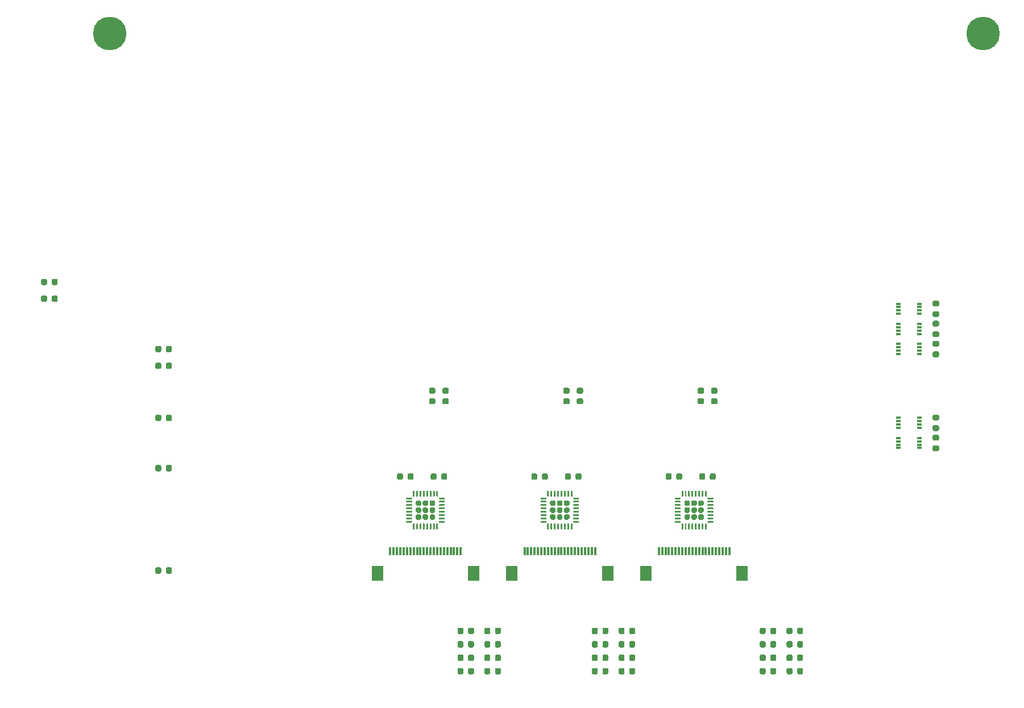
<source format=gtp>
G04 #@! TF.GenerationSoftware,KiCad,Pcbnew,(5.1.6)-1*
G04 #@! TF.CreationDate,2020-10-12T20:39:35+02:00*
G04 #@! TF.ProjectId,TestRig-PCB,54657374-5269-4672-9d50-43422e6b6963,rev?*
G04 #@! TF.SameCoordinates,Original*
G04 #@! TF.FileFunction,Paste,Top*
G04 #@! TF.FilePolarity,Positive*
%FSLAX46Y46*%
G04 Gerber Fmt 4.6, Leading zero omitted, Abs format (unit mm)*
G04 Created by KiCad (PCBNEW (5.1.6)-1) date 2020-10-12 20:39:35*
%MOMM*%
%LPD*%
G01*
G04 APERTURE LIST*
%ADD10C,5.000000*%
%ADD11R,0.300000X1.300000*%
%ADD12R,1.800000X2.200000*%
%ADD13R,0.800000X0.300000*%
G04 APERTURE END LIST*
D10*
X221000000Y-26000000D03*
X91000000Y-26000000D03*
G36*
G01*
X192650000Y-120743750D02*
X192650000Y-121256250D01*
G75*
G02*
X192431250Y-121475000I-218750J0D01*
G01*
X191993750Y-121475000D01*
G75*
G02*
X191775000Y-121256250I0J218750D01*
G01*
X191775000Y-120743750D01*
G75*
G02*
X191993750Y-120525000I218750J0D01*
G01*
X192431250Y-120525000D01*
G75*
G02*
X192650000Y-120743750I0J-218750D01*
G01*
G37*
G36*
G01*
X194225000Y-120743750D02*
X194225000Y-121256250D01*
G75*
G02*
X194006250Y-121475000I-218750J0D01*
G01*
X193568750Y-121475000D01*
G75*
G02*
X193350000Y-121256250I0J218750D01*
G01*
X193350000Y-120743750D01*
G75*
G02*
X193568750Y-120525000I218750J0D01*
G01*
X194006250Y-120525000D01*
G75*
G02*
X194225000Y-120743750I0J-218750D01*
G01*
G37*
G36*
G01*
X192650000Y-118743750D02*
X192650000Y-119256250D01*
G75*
G02*
X192431250Y-119475000I-218750J0D01*
G01*
X191993750Y-119475000D01*
G75*
G02*
X191775000Y-119256250I0J218750D01*
G01*
X191775000Y-118743750D01*
G75*
G02*
X191993750Y-118525000I218750J0D01*
G01*
X192431250Y-118525000D01*
G75*
G02*
X192650000Y-118743750I0J-218750D01*
G01*
G37*
G36*
G01*
X194225000Y-118743750D02*
X194225000Y-119256250D01*
G75*
G02*
X194006250Y-119475000I-218750J0D01*
G01*
X193568750Y-119475000D01*
G75*
G02*
X193350000Y-119256250I0J218750D01*
G01*
X193350000Y-118743750D01*
G75*
G02*
X193568750Y-118525000I218750J0D01*
G01*
X194006250Y-118525000D01*
G75*
G02*
X194225000Y-118743750I0J-218750D01*
G01*
G37*
G36*
G01*
X192650000Y-116743750D02*
X192650000Y-117256250D01*
G75*
G02*
X192431250Y-117475000I-218750J0D01*
G01*
X191993750Y-117475000D01*
G75*
G02*
X191775000Y-117256250I0J218750D01*
G01*
X191775000Y-116743750D01*
G75*
G02*
X191993750Y-116525000I218750J0D01*
G01*
X192431250Y-116525000D01*
G75*
G02*
X192650000Y-116743750I0J-218750D01*
G01*
G37*
G36*
G01*
X194225000Y-116743750D02*
X194225000Y-117256250D01*
G75*
G02*
X194006250Y-117475000I-218750J0D01*
G01*
X193568750Y-117475000D01*
G75*
G02*
X193350000Y-117256250I0J218750D01*
G01*
X193350000Y-116743750D01*
G75*
G02*
X193568750Y-116525000I218750J0D01*
G01*
X194006250Y-116525000D01*
G75*
G02*
X194225000Y-116743750I0J-218750D01*
G01*
G37*
G36*
G01*
X192650000Y-114743750D02*
X192650000Y-115256250D01*
G75*
G02*
X192431250Y-115475000I-218750J0D01*
G01*
X191993750Y-115475000D01*
G75*
G02*
X191775000Y-115256250I0J218750D01*
G01*
X191775000Y-114743750D01*
G75*
G02*
X191993750Y-114525000I218750J0D01*
G01*
X192431250Y-114525000D01*
G75*
G02*
X192650000Y-114743750I0J-218750D01*
G01*
G37*
G36*
G01*
X194225000Y-114743750D02*
X194225000Y-115256250D01*
G75*
G02*
X194006250Y-115475000I-218750J0D01*
G01*
X193568750Y-115475000D01*
G75*
G02*
X193350000Y-115256250I0J218750D01*
G01*
X193350000Y-114743750D01*
G75*
G02*
X193568750Y-114525000I218750J0D01*
G01*
X194006250Y-114525000D01*
G75*
G02*
X194225000Y-114743750I0J-218750D01*
G01*
G37*
G36*
G01*
X167650000Y-120743750D02*
X167650000Y-121256250D01*
G75*
G02*
X167431250Y-121475000I-218750J0D01*
G01*
X166993750Y-121475000D01*
G75*
G02*
X166775000Y-121256250I0J218750D01*
G01*
X166775000Y-120743750D01*
G75*
G02*
X166993750Y-120525000I218750J0D01*
G01*
X167431250Y-120525000D01*
G75*
G02*
X167650000Y-120743750I0J-218750D01*
G01*
G37*
G36*
G01*
X169225000Y-120743750D02*
X169225000Y-121256250D01*
G75*
G02*
X169006250Y-121475000I-218750J0D01*
G01*
X168568750Y-121475000D01*
G75*
G02*
X168350000Y-121256250I0J218750D01*
G01*
X168350000Y-120743750D01*
G75*
G02*
X168568750Y-120525000I218750J0D01*
G01*
X169006250Y-120525000D01*
G75*
G02*
X169225000Y-120743750I0J-218750D01*
G01*
G37*
G36*
G01*
X167650000Y-118743750D02*
X167650000Y-119256250D01*
G75*
G02*
X167431250Y-119475000I-218750J0D01*
G01*
X166993750Y-119475000D01*
G75*
G02*
X166775000Y-119256250I0J218750D01*
G01*
X166775000Y-118743750D01*
G75*
G02*
X166993750Y-118525000I218750J0D01*
G01*
X167431250Y-118525000D01*
G75*
G02*
X167650000Y-118743750I0J-218750D01*
G01*
G37*
G36*
G01*
X169225000Y-118743750D02*
X169225000Y-119256250D01*
G75*
G02*
X169006250Y-119475000I-218750J0D01*
G01*
X168568750Y-119475000D01*
G75*
G02*
X168350000Y-119256250I0J218750D01*
G01*
X168350000Y-118743750D01*
G75*
G02*
X168568750Y-118525000I218750J0D01*
G01*
X169006250Y-118525000D01*
G75*
G02*
X169225000Y-118743750I0J-218750D01*
G01*
G37*
G36*
G01*
X167650000Y-116743750D02*
X167650000Y-117256250D01*
G75*
G02*
X167431250Y-117475000I-218750J0D01*
G01*
X166993750Y-117475000D01*
G75*
G02*
X166775000Y-117256250I0J218750D01*
G01*
X166775000Y-116743750D01*
G75*
G02*
X166993750Y-116525000I218750J0D01*
G01*
X167431250Y-116525000D01*
G75*
G02*
X167650000Y-116743750I0J-218750D01*
G01*
G37*
G36*
G01*
X169225000Y-116743750D02*
X169225000Y-117256250D01*
G75*
G02*
X169006250Y-117475000I-218750J0D01*
G01*
X168568750Y-117475000D01*
G75*
G02*
X168350000Y-117256250I0J218750D01*
G01*
X168350000Y-116743750D01*
G75*
G02*
X168568750Y-116525000I218750J0D01*
G01*
X169006250Y-116525000D01*
G75*
G02*
X169225000Y-116743750I0J-218750D01*
G01*
G37*
G36*
G01*
X167650000Y-114743750D02*
X167650000Y-115256250D01*
G75*
G02*
X167431250Y-115475000I-218750J0D01*
G01*
X166993750Y-115475000D01*
G75*
G02*
X166775000Y-115256250I0J218750D01*
G01*
X166775000Y-114743750D01*
G75*
G02*
X166993750Y-114525000I218750J0D01*
G01*
X167431250Y-114525000D01*
G75*
G02*
X167650000Y-114743750I0J-218750D01*
G01*
G37*
G36*
G01*
X169225000Y-114743750D02*
X169225000Y-115256250D01*
G75*
G02*
X169006250Y-115475000I-218750J0D01*
G01*
X168568750Y-115475000D01*
G75*
G02*
X168350000Y-115256250I0J218750D01*
G01*
X168350000Y-114743750D01*
G75*
G02*
X168568750Y-114525000I218750J0D01*
G01*
X169006250Y-114525000D01*
G75*
G02*
X169225000Y-114743750I0J-218750D01*
G01*
G37*
G36*
G01*
X147650000Y-120743750D02*
X147650000Y-121256250D01*
G75*
G02*
X147431250Y-121475000I-218750J0D01*
G01*
X146993750Y-121475000D01*
G75*
G02*
X146775000Y-121256250I0J218750D01*
G01*
X146775000Y-120743750D01*
G75*
G02*
X146993750Y-120525000I218750J0D01*
G01*
X147431250Y-120525000D01*
G75*
G02*
X147650000Y-120743750I0J-218750D01*
G01*
G37*
G36*
G01*
X149225000Y-120743750D02*
X149225000Y-121256250D01*
G75*
G02*
X149006250Y-121475000I-218750J0D01*
G01*
X148568750Y-121475000D01*
G75*
G02*
X148350000Y-121256250I0J218750D01*
G01*
X148350000Y-120743750D01*
G75*
G02*
X148568750Y-120525000I218750J0D01*
G01*
X149006250Y-120525000D01*
G75*
G02*
X149225000Y-120743750I0J-218750D01*
G01*
G37*
G36*
G01*
X147650000Y-118743750D02*
X147650000Y-119256250D01*
G75*
G02*
X147431250Y-119475000I-218750J0D01*
G01*
X146993750Y-119475000D01*
G75*
G02*
X146775000Y-119256250I0J218750D01*
G01*
X146775000Y-118743750D01*
G75*
G02*
X146993750Y-118525000I218750J0D01*
G01*
X147431250Y-118525000D01*
G75*
G02*
X147650000Y-118743750I0J-218750D01*
G01*
G37*
G36*
G01*
X149225000Y-118743750D02*
X149225000Y-119256250D01*
G75*
G02*
X149006250Y-119475000I-218750J0D01*
G01*
X148568750Y-119475000D01*
G75*
G02*
X148350000Y-119256250I0J218750D01*
G01*
X148350000Y-118743750D01*
G75*
G02*
X148568750Y-118525000I218750J0D01*
G01*
X149006250Y-118525000D01*
G75*
G02*
X149225000Y-118743750I0J-218750D01*
G01*
G37*
G36*
G01*
X147650000Y-116743750D02*
X147650000Y-117256250D01*
G75*
G02*
X147431250Y-117475000I-218750J0D01*
G01*
X146993750Y-117475000D01*
G75*
G02*
X146775000Y-117256250I0J218750D01*
G01*
X146775000Y-116743750D01*
G75*
G02*
X146993750Y-116525000I218750J0D01*
G01*
X147431250Y-116525000D01*
G75*
G02*
X147650000Y-116743750I0J-218750D01*
G01*
G37*
G36*
G01*
X149225000Y-116743750D02*
X149225000Y-117256250D01*
G75*
G02*
X149006250Y-117475000I-218750J0D01*
G01*
X148568750Y-117475000D01*
G75*
G02*
X148350000Y-117256250I0J218750D01*
G01*
X148350000Y-116743750D01*
G75*
G02*
X148568750Y-116525000I218750J0D01*
G01*
X149006250Y-116525000D01*
G75*
G02*
X149225000Y-116743750I0J-218750D01*
G01*
G37*
G36*
G01*
X147650000Y-114743750D02*
X147650000Y-115256250D01*
G75*
G02*
X147431250Y-115475000I-218750J0D01*
G01*
X146993750Y-115475000D01*
G75*
G02*
X146775000Y-115256250I0J218750D01*
G01*
X146775000Y-114743750D01*
G75*
G02*
X146993750Y-114525000I218750J0D01*
G01*
X147431250Y-114525000D01*
G75*
G02*
X147650000Y-114743750I0J-218750D01*
G01*
G37*
G36*
G01*
X149225000Y-114743750D02*
X149225000Y-115256250D01*
G75*
G02*
X149006250Y-115475000I-218750J0D01*
G01*
X148568750Y-115475000D01*
G75*
G02*
X148350000Y-115256250I0J218750D01*
G01*
X148350000Y-114743750D01*
G75*
G02*
X148568750Y-114525000I218750J0D01*
G01*
X149006250Y-114525000D01*
G75*
G02*
X149225000Y-114743750I0J-218750D01*
G01*
G37*
G36*
G01*
X189350000Y-121256250D02*
X189350000Y-120743750D01*
G75*
G02*
X189568750Y-120525000I218750J0D01*
G01*
X190006250Y-120525000D01*
G75*
G02*
X190225000Y-120743750I0J-218750D01*
G01*
X190225000Y-121256250D01*
G75*
G02*
X190006250Y-121475000I-218750J0D01*
G01*
X189568750Y-121475000D01*
G75*
G02*
X189350000Y-121256250I0J218750D01*
G01*
G37*
G36*
G01*
X187775000Y-121256250D02*
X187775000Y-120743750D01*
G75*
G02*
X187993750Y-120525000I218750J0D01*
G01*
X188431250Y-120525000D01*
G75*
G02*
X188650000Y-120743750I0J-218750D01*
G01*
X188650000Y-121256250D01*
G75*
G02*
X188431250Y-121475000I-218750J0D01*
G01*
X187993750Y-121475000D01*
G75*
G02*
X187775000Y-121256250I0J218750D01*
G01*
G37*
G36*
G01*
X189350000Y-119256250D02*
X189350000Y-118743750D01*
G75*
G02*
X189568750Y-118525000I218750J0D01*
G01*
X190006250Y-118525000D01*
G75*
G02*
X190225000Y-118743750I0J-218750D01*
G01*
X190225000Y-119256250D01*
G75*
G02*
X190006250Y-119475000I-218750J0D01*
G01*
X189568750Y-119475000D01*
G75*
G02*
X189350000Y-119256250I0J218750D01*
G01*
G37*
G36*
G01*
X187775000Y-119256250D02*
X187775000Y-118743750D01*
G75*
G02*
X187993750Y-118525000I218750J0D01*
G01*
X188431250Y-118525000D01*
G75*
G02*
X188650000Y-118743750I0J-218750D01*
G01*
X188650000Y-119256250D01*
G75*
G02*
X188431250Y-119475000I-218750J0D01*
G01*
X187993750Y-119475000D01*
G75*
G02*
X187775000Y-119256250I0J218750D01*
G01*
G37*
G36*
G01*
X189350000Y-117256250D02*
X189350000Y-116743750D01*
G75*
G02*
X189568750Y-116525000I218750J0D01*
G01*
X190006250Y-116525000D01*
G75*
G02*
X190225000Y-116743750I0J-218750D01*
G01*
X190225000Y-117256250D01*
G75*
G02*
X190006250Y-117475000I-218750J0D01*
G01*
X189568750Y-117475000D01*
G75*
G02*
X189350000Y-117256250I0J218750D01*
G01*
G37*
G36*
G01*
X187775000Y-117256250D02*
X187775000Y-116743750D01*
G75*
G02*
X187993750Y-116525000I218750J0D01*
G01*
X188431250Y-116525000D01*
G75*
G02*
X188650000Y-116743750I0J-218750D01*
G01*
X188650000Y-117256250D01*
G75*
G02*
X188431250Y-117475000I-218750J0D01*
G01*
X187993750Y-117475000D01*
G75*
G02*
X187775000Y-117256250I0J218750D01*
G01*
G37*
G36*
G01*
X189350000Y-115256250D02*
X189350000Y-114743750D01*
G75*
G02*
X189568750Y-114525000I218750J0D01*
G01*
X190006250Y-114525000D01*
G75*
G02*
X190225000Y-114743750I0J-218750D01*
G01*
X190225000Y-115256250D01*
G75*
G02*
X190006250Y-115475000I-218750J0D01*
G01*
X189568750Y-115475000D01*
G75*
G02*
X189350000Y-115256250I0J218750D01*
G01*
G37*
G36*
G01*
X187775000Y-115256250D02*
X187775000Y-114743750D01*
G75*
G02*
X187993750Y-114525000I218750J0D01*
G01*
X188431250Y-114525000D01*
G75*
G02*
X188650000Y-114743750I0J-218750D01*
G01*
X188650000Y-115256250D01*
G75*
G02*
X188431250Y-115475000I-218750J0D01*
G01*
X187993750Y-115475000D01*
G75*
G02*
X187775000Y-115256250I0J218750D01*
G01*
G37*
G36*
G01*
X164350000Y-121256250D02*
X164350000Y-120743750D01*
G75*
G02*
X164568750Y-120525000I218750J0D01*
G01*
X165006250Y-120525000D01*
G75*
G02*
X165225000Y-120743750I0J-218750D01*
G01*
X165225000Y-121256250D01*
G75*
G02*
X165006250Y-121475000I-218750J0D01*
G01*
X164568750Y-121475000D01*
G75*
G02*
X164350000Y-121256250I0J218750D01*
G01*
G37*
G36*
G01*
X162775000Y-121256250D02*
X162775000Y-120743750D01*
G75*
G02*
X162993750Y-120525000I218750J0D01*
G01*
X163431250Y-120525000D01*
G75*
G02*
X163650000Y-120743750I0J-218750D01*
G01*
X163650000Y-121256250D01*
G75*
G02*
X163431250Y-121475000I-218750J0D01*
G01*
X162993750Y-121475000D01*
G75*
G02*
X162775000Y-121256250I0J218750D01*
G01*
G37*
G36*
G01*
X164350000Y-119256250D02*
X164350000Y-118743750D01*
G75*
G02*
X164568750Y-118525000I218750J0D01*
G01*
X165006250Y-118525000D01*
G75*
G02*
X165225000Y-118743750I0J-218750D01*
G01*
X165225000Y-119256250D01*
G75*
G02*
X165006250Y-119475000I-218750J0D01*
G01*
X164568750Y-119475000D01*
G75*
G02*
X164350000Y-119256250I0J218750D01*
G01*
G37*
G36*
G01*
X162775000Y-119256250D02*
X162775000Y-118743750D01*
G75*
G02*
X162993750Y-118525000I218750J0D01*
G01*
X163431250Y-118525000D01*
G75*
G02*
X163650000Y-118743750I0J-218750D01*
G01*
X163650000Y-119256250D01*
G75*
G02*
X163431250Y-119475000I-218750J0D01*
G01*
X162993750Y-119475000D01*
G75*
G02*
X162775000Y-119256250I0J218750D01*
G01*
G37*
G36*
G01*
X164350000Y-117256250D02*
X164350000Y-116743750D01*
G75*
G02*
X164568750Y-116525000I218750J0D01*
G01*
X165006250Y-116525000D01*
G75*
G02*
X165225000Y-116743750I0J-218750D01*
G01*
X165225000Y-117256250D01*
G75*
G02*
X165006250Y-117475000I-218750J0D01*
G01*
X164568750Y-117475000D01*
G75*
G02*
X164350000Y-117256250I0J218750D01*
G01*
G37*
G36*
G01*
X162775000Y-117256250D02*
X162775000Y-116743750D01*
G75*
G02*
X162993750Y-116525000I218750J0D01*
G01*
X163431250Y-116525000D01*
G75*
G02*
X163650000Y-116743750I0J-218750D01*
G01*
X163650000Y-117256250D01*
G75*
G02*
X163431250Y-117475000I-218750J0D01*
G01*
X162993750Y-117475000D01*
G75*
G02*
X162775000Y-117256250I0J218750D01*
G01*
G37*
G36*
G01*
X164350000Y-115256250D02*
X164350000Y-114743750D01*
G75*
G02*
X164568750Y-114525000I218750J0D01*
G01*
X165006250Y-114525000D01*
G75*
G02*
X165225000Y-114743750I0J-218750D01*
G01*
X165225000Y-115256250D01*
G75*
G02*
X165006250Y-115475000I-218750J0D01*
G01*
X164568750Y-115475000D01*
G75*
G02*
X164350000Y-115256250I0J218750D01*
G01*
G37*
G36*
G01*
X162775000Y-115256250D02*
X162775000Y-114743750D01*
G75*
G02*
X162993750Y-114525000I218750J0D01*
G01*
X163431250Y-114525000D01*
G75*
G02*
X163650000Y-114743750I0J-218750D01*
G01*
X163650000Y-115256250D01*
G75*
G02*
X163431250Y-115475000I-218750J0D01*
G01*
X162993750Y-115475000D01*
G75*
G02*
X162775000Y-115256250I0J218750D01*
G01*
G37*
G36*
G01*
X144350000Y-121256250D02*
X144350000Y-120743750D01*
G75*
G02*
X144568750Y-120525000I218750J0D01*
G01*
X145006250Y-120525000D01*
G75*
G02*
X145225000Y-120743750I0J-218750D01*
G01*
X145225000Y-121256250D01*
G75*
G02*
X145006250Y-121475000I-218750J0D01*
G01*
X144568750Y-121475000D01*
G75*
G02*
X144350000Y-121256250I0J218750D01*
G01*
G37*
G36*
G01*
X142775000Y-121256250D02*
X142775000Y-120743750D01*
G75*
G02*
X142993750Y-120525000I218750J0D01*
G01*
X143431250Y-120525000D01*
G75*
G02*
X143650000Y-120743750I0J-218750D01*
G01*
X143650000Y-121256250D01*
G75*
G02*
X143431250Y-121475000I-218750J0D01*
G01*
X142993750Y-121475000D01*
G75*
G02*
X142775000Y-121256250I0J218750D01*
G01*
G37*
G36*
G01*
X144350000Y-119256250D02*
X144350000Y-118743750D01*
G75*
G02*
X144568750Y-118525000I218750J0D01*
G01*
X145006250Y-118525000D01*
G75*
G02*
X145225000Y-118743750I0J-218750D01*
G01*
X145225000Y-119256250D01*
G75*
G02*
X145006250Y-119475000I-218750J0D01*
G01*
X144568750Y-119475000D01*
G75*
G02*
X144350000Y-119256250I0J218750D01*
G01*
G37*
G36*
G01*
X142775000Y-119256250D02*
X142775000Y-118743750D01*
G75*
G02*
X142993750Y-118525000I218750J0D01*
G01*
X143431250Y-118525000D01*
G75*
G02*
X143650000Y-118743750I0J-218750D01*
G01*
X143650000Y-119256250D01*
G75*
G02*
X143431250Y-119475000I-218750J0D01*
G01*
X142993750Y-119475000D01*
G75*
G02*
X142775000Y-119256250I0J218750D01*
G01*
G37*
G36*
G01*
X144350000Y-117256250D02*
X144350000Y-116743750D01*
G75*
G02*
X144568750Y-116525000I218750J0D01*
G01*
X145006250Y-116525000D01*
G75*
G02*
X145225000Y-116743750I0J-218750D01*
G01*
X145225000Y-117256250D01*
G75*
G02*
X145006250Y-117475000I-218750J0D01*
G01*
X144568750Y-117475000D01*
G75*
G02*
X144350000Y-117256250I0J218750D01*
G01*
G37*
G36*
G01*
X142775000Y-117256250D02*
X142775000Y-116743750D01*
G75*
G02*
X142993750Y-116525000I218750J0D01*
G01*
X143431250Y-116525000D01*
G75*
G02*
X143650000Y-116743750I0J-218750D01*
G01*
X143650000Y-117256250D01*
G75*
G02*
X143431250Y-117475000I-218750J0D01*
G01*
X142993750Y-117475000D01*
G75*
G02*
X142775000Y-117256250I0J218750D01*
G01*
G37*
G36*
G01*
X144350000Y-115256250D02*
X144350000Y-114743750D01*
G75*
G02*
X144568750Y-114525000I218750J0D01*
G01*
X145006250Y-114525000D01*
G75*
G02*
X145225000Y-114743750I0J-218750D01*
G01*
X145225000Y-115256250D01*
G75*
G02*
X145006250Y-115475000I-218750J0D01*
G01*
X144568750Y-115475000D01*
G75*
G02*
X144350000Y-115256250I0J218750D01*
G01*
G37*
G36*
G01*
X142775000Y-115256250D02*
X142775000Y-114743750D01*
G75*
G02*
X142993750Y-114525000I218750J0D01*
G01*
X143431250Y-114525000D01*
G75*
G02*
X143650000Y-114743750I0J-218750D01*
G01*
X143650000Y-115256250D01*
G75*
G02*
X143431250Y-115475000I-218750J0D01*
G01*
X142993750Y-115475000D01*
G75*
G02*
X142775000Y-115256250I0J218750D01*
G01*
G37*
G36*
G01*
X99350000Y-91006250D02*
X99350000Y-90493750D01*
G75*
G02*
X99568750Y-90275000I218750J0D01*
G01*
X100006250Y-90275000D01*
G75*
G02*
X100225000Y-90493750I0J-218750D01*
G01*
X100225000Y-91006250D01*
G75*
G02*
X100006250Y-91225000I-218750J0D01*
G01*
X99568750Y-91225000D01*
G75*
G02*
X99350000Y-91006250I0J218750D01*
G01*
G37*
G36*
G01*
X97775000Y-91006250D02*
X97775000Y-90493750D01*
G75*
G02*
X97993750Y-90275000I218750J0D01*
G01*
X98431250Y-90275000D01*
G75*
G02*
X98650000Y-90493750I0J-218750D01*
G01*
X98650000Y-91006250D01*
G75*
G02*
X98431250Y-91225000I-218750J0D01*
G01*
X97993750Y-91225000D01*
G75*
G02*
X97775000Y-91006250I0J218750D01*
G01*
G37*
G36*
G01*
X99350000Y-83506250D02*
X99350000Y-82993750D01*
G75*
G02*
X99568750Y-82775000I218750J0D01*
G01*
X100006250Y-82775000D01*
G75*
G02*
X100225000Y-82993750I0J-218750D01*
G01*
X100225000Y-83506250D01*
G75*
G02*
X100006250Y-83725000I-218750J0D01*
G01*
X99568750Y-83725000D01*
G75*
G02*
X99350000Y-83506250I0J218750D01*
G01*
G37*
G36*
G01*
X97775000Y-83506250D02*
X97775000Y-82993750D01*
G75*
G02*
X97993750Y-82775000I218750J0D01*
G01*
X98431250Y-82775000D01*
G75*
G02*
X98650000Y-82993750I0J-218750D01*
G01*
X98650000Y-83506250D01*
G75*
G02*
X98431250Y-83725000I-218750J0D01*
G01*
X97993750Y-83725000D01*
G75*
G02*
X97775000Y-83506250I0J218750D01*
G01*
G37*
G36*
G01*
X99350000Y-106256250D02*
X99350000Y-105743750D01*
G75*
G02*
X99568750Y-105525000I218750J0D01*
G01*
X100006250Y-105525000D01*
G75*
G02*
X100225000Y-105743750I0J-218750D01*
G01*
X100225000Y-106256250D01*
G75*
G02*
X100006250Y-106475000I-218750J0D01*
G01*
X99568750Y-106475000D01*
G75*
G02*
X99350000Y-106256250I0J218750D01*
G01*
G37*
G36*
G01*
X97775000Y-106256250D02*
X97775000Y-105743750D01*
G75*
G02*
X97993750Y-105525000I218750J0D01*
G01*
X98431250Y-105525000D01*
G75*
G02*
X98650000Y-105743750I0J-218750D01*
G01*
X98650000Y-106256250D01*
G75*
G02*
X98431250Y-106475000I-218750J0D01*
G01*
X97993750Y-106475000D01*
G75*
G02*
X97775000Y-106256250I0J218750D01*
G01*
G37*
G36*
G01*
X82350000Y-63256250D02*
X82350000Y-62743750D01*
G75*
G02*
X82568750Y-62525000I218750J0D01*
G01*
X83006250Y-62525000D01*
G75*
G02*
X83225000Y-62743750I0J-218750D01*
G01*
X83225000Y-63256250D01*
G75*
G02*
X83006250Y-63475000I-218750J0D01*
G01*
X82568750Y-63475000D01*
G75*
G02*
X82350000Y-63256250I0J218750D01*
G01*
G37*
G36*
G01*
X80775000Y-63256250D02*
X80775000Y-62743750D01*
G75*
G02*
X80993750Y-62525000I218750J0D01*
G01*
X81431250Y-62525000D01*
G75*
G02*
X81650000Y-62743750I0J-218750D01*
G01*
X81650000Y-63256250D01*
G75*
G02*
X81431250Y-63475000I-218750J0D01*
G01*
X80993750Y-63475000D01*
G75*
G02*
X80775000Y-63256250I0J218750D01*
G01*
G37*
G36*
G01*
X82350000Y-65756250D02*
X82350000Y-65243750D01*
G75*
G02*
X82568750Y-65025000I218750J0D01*
G01*
X83006250Y-65025000D01*
G75*
G02*
X83225000Y-65243750I0J-218750D01*
G01*
X83225000Y-65756250D01*
G75*
G02*
X83006250Y-65975000I-218750J0D01*
G01*
X82568750Y-65975000D01*
G75*
G02*
X82350000Y-65756250I0J218750D01*
G01*
G37*
G36*
G01*
X80775000Y-65756250D02*
X80775000Y-65243750D01*
G75*
G02*
X80993750Y-65025000I218750J0D01*
G01*
X81431250Y-65025000D01*
G75*
G02*
X81650000Y-65243750I0J-218750D01*
G01*
X81650000Y-65756250D01*
G75*
G02*
X81431250Y-65975000I-218750J0D01*
G01*
X80993750Y-65975000D01*
G75*
G02*
X80775000Y-65756250I0J218750D01*
G01*
G37*
G36*
G01*
X99350000Y-73256250D02*
X99350000Y-72743750D01*
G75*
G02*
X99568750Y-72525000I218750J0D01*
G01*
X100006250Y-72525000D01*
G75*
G02*
X100225000Y-72743750I0J-218750D01*
G01*
X100225000Y-73256250D01*
G75*
G02*
X100006250Y-73475000I-218750J0D01*
G01*
X99568750Y-73475000D01*
G75*
G02*
X99350000Y-73256250I0J218750D01*
G01*
G37*
G36*
G01*
X97775000Y-73256250D02*
X97775000Y-72743750D01*
G75*
G02*
X97993750Y-72525000I218750J0D01*
G01*
X98431250Y-72525000D01*
G75*
G02*
X98650000Y-72743750I0J-218750D01*
G01*
X98650000Y-73256250D01*
G75*
G02*
X98431250Y-73475000I-218750J0D01*
G01*
X97993750Y-73475000D01*
G75*
G02*
X97775000Y-73256250I0J218750D01*
G01*
G37*
G36*
G01*
X99350000Y-75756250D02*
X99350000Y-75243750D01*
G75*
G02*
X99568750Y-75025000I218750J0D01*
G01*
X100006250Y-75025000D01*
G75*
G02*
X100225000Y-75243750I0J-218750D01*
G01*
X100225000Y-75756250D01*
G75*
G02*
X100006250Y-75975000I-218750J0D01*
G01*
X99568750Y-75975000D01*
G75*
G02*
X99350000Y-75756250I0J218750D01*
G01*
G37*
G36*
G01*
X97775000Y-75756250D02*
X97775000Y-75243750D01*
G75*
G02*
X97993750Y-75025000I218750J0D01*
G01*
X98431250Y-75025000D01*
G75*
G02*
X98650000Y-75243750I0J-218750D01*
G01*
X98650000Y-75756250D01*
G75*
G02*
X98431250Y-75975000I-218750J0D01*
G01*
X97993750Y-75975000D01*
G75*
G02*
X97775000Y-75756250I0J218750D01*
G01*
G37*
G36*
G01*
X140350000Y-92256250D02*
X140350000Y-91743750D01*
G75*
G02*
X140568750Y-91525000I218750J0D01*
G01*
X141006250Y-91525000D01*
G75*
G02*
X141225000Y-91743750I0J-218750D01*
G01*
X141225000Y-92256250D01*
G75*
G02*
X141006250Y-92475000I-218750J0D01*
G01*
X140568750Y-92475000D01*
G75*
G02*
X140350000Y-92256250I0J218750D01*
G01*
G37*
G36*
G01*
X138775000Y-92256250D02*
X138775000Y-91743750D01*
G75*
G02*
X138993750Y-91525000I218750J0D01*
G01*
X139431250Y-91525000D01*
G75*
G02*
X139650000Y-91743750I0J-218750D01*
G01*
X139650000Y-92256250D01*
G75*
G02*
X139431250Y-92475000I-218750J0D01*
G01*
X138993750Y-92475000D01*
G75*
G02*
X138775000Y-92256250I0J218750D01*
G01*
G37*
D11*
X163250000Y-103150000D03*
X162750000Y-103150000D03*
X162250000Y-103150000D03*
X161750000Y-103150000D03*
X161250000Y-103150000D03*
X160750000Y-103150000D03*
X160250000Y-103150000D03*
X159750000Y-103150000D03*
X159250000Y-103150000D03*
X158750000Y-103150000D03*
X158250000Y-103150000D03*
X157750000Y-103150000D03*
X157250000Y-103150000D03*
X156750000Y-103150000D03*
X156250000Y-103150000D03*
X155750000Y-103150000D03*
X155250000Y-103150000D03*
X154750000Y-103150000D03*
X154250000Y-103150000D03*
X153750000Y-103150000D03*
X153250000Y-103150000D03*
X152750000Y-103150000D03*
D12*
X150850000Y-106400000D03*
X165150000Y-106400000D03*
G36*
G01*
X178615000Y-98237500D02*
X178615000Y-97822500D01*
G75*
G02*
X178822500Y-97615000I207500J0D01*
G01*
X179237500Y-97615000D01*
G75*
G02*
X179445000Y-97822500I0J-207500D01*
G01*
X179445000Y-98237500D01*
G75*
G02*
X179237500Y-98445000I-207500J0D01*
G01*
X178822500Y-98445000D01*
G75*
G02*
X178615000Y-98237500I0J207500D01*
G01*
G37*
G36*
G01*
X178615000Y-97207500D02*
X178615000Y-96792500D01*
G75*
G02*
X178822500Y-96585000I207500J0D01*
G01*
X179237500Y-96585000D01*
G75*
G02*
X179445000Y-96792500I0J-207500D01*
G01*
X179445000Y-97207500D01*
G75*
G02*
X179237500Y-97415000I-207500J0D01*
G01*
X178822500Y-97415000D01*
G75*
G02*
X178615000Y-97207500I0J207500D01*
G01*
G37*
G36*
G01*
X178615000Y-96177500D02*
X178615000Y-95762500D01*
G75*
G02*
X178822500Y-95555000I207500J0D01*
G01*
X179237500Y-95555000D01*
G75*
G02*
X179445000Y-95762500I0J-207500D01*
G01*
X179445000Y-96177500D01*
G75*
G02*
X179237500Y-96385000I-207500J0D01*
G01*
X178822500Y-96385000D01*
G75*
G02*
X178615000Y-96177500I0J207500D01*
G01*
G37*
G36*
G01*
X177585000Y-98237500D02*
X177585000Y-97822500D01*
G75*
G02*
X177792500Y-97615000I207500J0D01*
G01*
X178207500Y-97615000D01*
G75*
G02*
X178415000Y-97822500I0J-207500D01*
G01*
X178415000Y-98237500D01*
G75*
G02*
X178207500Y-98445000I-207500J0D01*
G01*
X177792500Y-98445000D01*
G75*
G02*
X177585000Y-98237500I0J207500D01*
G01*
G37*
G36*
G01*
X177585000Y-97207500D02*
X177585000Y-96792500D01*
G75*
G02*
X177792500Y-96585000I207500J0D01*
G01*
X178207500Y-96585000D01*
G75*
G02*
X178415000Y-96792500I0J-207500D01*
G01*
X178415000Y-97207500D01*
G75*
G02*
X178207500Y-97415000I-207500J0D01*
G01*
X177792500Y-97415000D01*
G75*
G02*
X177585000Y-97207500I0J207500D01*
G01*
G37*
G36*
G01*
X177585000Y-96177500D02*
X177585000Y-95762500D01*
G75*
G02*
X177792500Y-95555000I207500J0D01*
G01*
X178207500Y-95555000D01*
G75*
G02*
X178415000Y-95762500I0J-207500D01*
G01*
X178415000Y-96177500D01*
G75*
G02*
X178207500Y-96385000I-207500J0D01*
G01*
X177792500Y-96385000D01*
G75*
G02*
X177585000Y-96177500I0J207500D01*
G01*
G37*
G36*
G01*
X176555000Y-98237500D02*
X176555000Y-97822500D01*
G75*
G02*
X176762500Y-97615000I207500J0D01*
G01*
X177177500Y-97615000D01*
G75*
G02*
X177385000Y-97822500I0J-207500D01*
G01*
X177385000Y-98237500D01*
G75*
G02*
X177177500Y-98445000I-207500J0D01*
G01*
X176762500Y-98445000D01*
G75*
G02*
X176555000Y-98237500I0J207500D01*
G01*
G37*
G36*
G01*
X176555000Y-97207500D02*
X176555000Y-96792500D01*
G75*
G02*
X176762500Y-96585000I207500J0D01*
G01*
X177177500Y-96585000D01*
G75*
G02*
X177385000Y-96792500I0J-207500D01*
G01*
X177385000Y-97207500D01*
G75*
G02*
X177177500Y-97415000I-207500J0D01*
G01*
X176762500Y-97415000D01*
G75*
G02*
X176555000Y-97207500I0J207500D01*
G01*
G37*
G36*
G01*
X176555000Y-96177500D02*
X176555000Y-95762500D01*
G75*
G02*
X176762500Y-95555000I207500J0D01*
G01*
X177177500Y-95555000D01*
G75*
G02*
X177385000Y-95762500I0J-207500D01*
G01*
X177385000Y-96177500D01*
G75*
G02*
X177177500Y-96385000I-207500J0D01*
G01*
X176762500Y-96385000D01*
G75*
G02*
X176555000Y-96177500I0J207500D01*
G01*
G37*
G36*
G01*
X176125000Y-94937500D02*
X176125000Y-94187500D01*
G75*
G02*
X176187500Y-94125000I62500J0D01*
G01*
X176312500Y-94125000D01*
G75*
G02*
X176375000Y-94187500I0J-62500D01*
G01*
X176375000Y-94937500D01*
G75*
G02*
X176312500Y-95000000I-62500J0D01*
G01*
X176187500Y-95000000D01*
G75*
G02*
X176125000Y-94937500I0J62500D01*
G01*
G37*
G36*
G01*
X176625000Y-94937500D02*
X176625000Y-94187500D01*
G75*
G02*
X176687500Y-94125000I62500J0D01*
G01*
X176812500Y-94125000D01*
G75*
G02*
X176875000Y-94187500I0J-62500D01*
G01*
X176875000Y-94937500D01*
G75*
G02*
X176812500Y-95000000I-62500J0D01*
G01*
X176687500Y-95000000D01*
G75*
G02*
X176625000Y-94937500I0J62500D01*
G01*
G37*
G36*
G01*
X177125000Y-94937500D02*
X177125000Y-94187500D01*
G75*
G02*
X177187500Y-94125000I62500J0D01*
G01*
X177312500Y-94125000D01*
G75*
G02*
X177375000Y-94187500I0J-62500D01*
G01*
X177375000Y-94937500D01*
G75*
G02*
X177312500Y-95000000I-62500J0D01*
G01*
X177187500Y-95000000D01*
G75*
G02*
X177125000Y-94937500I0J62500D01*
G01*
G37*
G36*
G01*
X177625000Y-94937500D02*
X177625000Y-94187500D01*
G75*
G02*
X177687500Y-94125000I62500J0D01*
G01*
X177812500Y-94125000D01*
G75*
G02*
X177875000Y-94187500I0J-62500D01*
G01*
X177875000Y-94937500D01*
G75*
G02*
X177812500Y-95000000I-62500J0D01*
G01*
X177687500Y-95000000D01*
G75*
G02*
X177625000Y-94937500I0J62500D01*
G01*
G37*
G36*
G01*
X178125000Y-94937500D02*
X178125000Y-94187500D01*
G75*
G02*
X178187500Y-94125000I62500J0D01*
G01*
X178312500Y-94125000D01*
G75*
G02*
X178375000Y-94187500I0J-62500D01*
G01*
X178375000Y-94937500D01*
G75*
G02*
X178312500Y-95000000I-62500J0D01*
G01*
X178187500Y-95000000D01*
G75*
G02*
X178125000Y-94937500I0J62500D01*
G01*
G37*
G36*
G01*
X178625000Y-94937500D02*
X178625000Y-94187500D01*
G75*
G02*
X178687500Y-94125000I62500J0D01*
G01*
X178812500Y-94125000D01*
G75*
G02*
X178875000Y-94187500I0J-62500D01*
G01*
X178875000Y-94937500D01*
G75*
G02*
X178812500Y-95000000I-62500J0D01*
G01*
X178687500Y-95000000D01*
G75*
G02*
X178625000Y-94937500I0J62500D01*
G01*
G37*
G36*
G01*
X179125000Y-94937500D02*
X179125000Y-94187500D01*
G75*
G02*
X179187500Y-94125000I62500J0D01*
G01*
X179312500Y-94125000D01*
G75*
G02*
X179375000Y-94187500I0J-62500D01*
G01*
X179375000Y-94937500D01*
G75*
G02*
X179312500Y-95000000I-62500J0D01*
G01*
X179187500Y-95000000D01*
G75*
G02*
X179125000Y-94937500I0J62500D01*
G01*
G37*
G36*
G01*
X179625000Y-94937500D02*
X179625000Y-94187500D01*
G75*
G02*
X179687500Y-94125000I62500J0D01*
G01*
X179812500Y-94125000D01*
G75*
G02*
X179875000Y-94187500I0J-62500D01*
G01*
X179875000Y-94937500D01*
G75*
G02*
X179812500Y-95000000I-62500J0D01*
G01*
X179687500Y-95000000D01*
G75*
G02*
X179625000Y-94937500I0J62500D01*
G01*
G37*
G36*
G01*
X180000000Y-95312500D02*
X180000000Y-95187500D01*
G75*
G02*
X180062500Y-95125000I62500J0D01*
G01*
X180812500Y-95125000D01*
G75*
G02*
X180875000Y-95187500I0J-62500D01*
G01*
X180875000Y-95312500D01*
G75*
G02*
X180812500Y-95375000I-62500J0D01*
G01*
X180062500Y-95375000D01*
G75*
G02*
X180000000Y-95312500I0J62500D01*
G01*
G37*
G36*
G01*
X180000000Y-95812500D02*
X180000000Y-95687500D01*
G75*
G02*
X180062500Y-95625000I62500J0D01*
G01*
X180812500Y-95625000D01*
G75*
G02*
X180875000Y-95687500I0J-62500D01*
G01*
X180875000Y-95812500D01*
G75*
G02*
X180812500Y-95875000I-62500J0D01*
G01*
X180062500Y-95875000D01*
G75*
G02*
X180000000Y-95812500I0J62500D01*
G01*
G37*
G36*
G01*
X180000000Y-96312500D02*
X180000000Y-96187500D01*
G75*
G02*
X180062500Y-96125000I62500J0D01*
G01*
X180812500Y-96125000D01*
G75*
G02*
X180875000Y-96187500I0J-62500D01*
G01*
X180875000Y-96312500D01*
G75*
G02*
X180812500Y-96375000I-62500J0D01*
G01*
X180062500Y-96375000D01*
G75*
G02*
X180000000Y-96312500I0J62500D01*
G01*
G37*
G36*
G01*
X180000000Y-96812500D02*
X180000000Y-96687500D01*
G75*
G02*
X180062500Y-96625000I62500J0D01*
G01*
X180812500Y-96625000D01*
G75*
G02*
X180875000Y-96687500I0J-62500D01*
G01*
X180875000Y-96812500D01*
G75*
G02*
X180812500Y-96875000I-62500J0D01*
G01*
X180062500Y-96875000D01*
G75*
G02*
X180000000Y-96812500I0J62500D01*
G01*
G37*
G36*
G01*
X180000000Y-97312500D02*
X180000000Y-97187500D01*
G75*
G02*
X180062500Y-97125000I62500J0D01*
G01*
X180812500Y-97125000D01*
G75*
G02*
X180875000Y-97187500I0J-62500D01*
G01*
X180875000Y-97312500D01*
G75*
G02*
X180812500Y-97375000I-62500J0D01*
G01*
X180062500Y-97375000D01*
G75*
G02*
X180000000Y-97312500I0J62500D01*
G01*
G37*
G36*
G01*
X180000000Y-97812500D02*
X180000000Y-97687500D01*
G75*
G02*
X180062500Y-97625000I62500J0D01*
G01*
X180812500Y-97625000D01*
G75*
G02*
X180875000Y-97687500I0J-62500D01*
G01*
X180875000Y-97812500D01*
G75*
G02*
X180812500Y-97875000I-62500J0D01*
G01*
X180062500Y-97875000D01*
G75*
G02*
X180000000Y-97812500I0J62500D01*
G01*
G37*
G36*
G01*
X180000000Y-98312500D02*
X180000000Y-98187500D01*
G75*
G02*
X180062500Y-98125000I62500J0D01*
G01*
X180812500Y-98125000D01*
G75*
G02*
X180875000Y-98187500I0J-62500D01*
G01*
X180875000Y-98312500D01*
G75*
G02*
X180812500Y-98375000I-62500J0D01*
G01*
X180062500Y-98375000D01*
G75*
G02*
X180000000Y-98312500I0J62500D01*
G01*
G37*
G36*
G01*
X180000000Y-98812500D02*
X180000000Y-98687500D01*
G75*
G02*
X180062500Y-98625000I62500J0D01*
G01*
X180812500Y-98625000D01*
G75*
G02*
X180875000Y-98687500I0J-62500D01*
G01*
X180875000Y-98812500D01*
G75*
G02*
X180812500Y-98875000I-62500J0D01*
G01*
X180062500Y-98875000D01*
G75*
G02*
X180000000Y-98812500I0J62500D01*
G01*
G37*
G36*
G01*
X179625000Y-99812500D02*
X179625000Y-99062500D01*
G75*
G02*
X179687500Y-99000000I62500J0D01*
G01*
X179812500Y-99000000D01*
G75*
G02*
X179875000Y-99062500I0J-62500D01*
G01*
X179875000Y-99812500D01*
G75*
G02*
X179812500Y-99875000I-62500J0D01*
G01*
X179687500Y-99875000D01*
G75*
G02*
X179625000Y-99812500I0J62500D01*
G01*
G37*
G36*
G01*
X179125000Y-99812500D02*
X179125000Y-99062500D01*
G75*
G02*
X179187500Y-99000000I62500J0D01*
G01*
X179312500Y-99000000D01*
G75*
G02*
X179375000Y-99062500I0J-62500D01*
G01*
X179375000Y-99812500D01*
G75*
G02*
X179312500Y-99875000I-62500J0D01*
G01*
X179187500Y-99875000D01*
G75*
G02*
X179125000Y-99812500I0J62500D01*
G01*
G37*
G36*
G01*
X178625000Y-99812500D02*
X178625000Y-99062500D01*
G75*
G02*
X178687500Y-99000000I62500J0D01*
G01*
X178812500Y-99000000D01*
G75*
G02*
X178875000Y-99062500I0J-62500D01*
G01*
X178875000Y-99812500D01*
G75*
G02*
X178812500Y-99875000I-62500J0D01*
G01*
X178687500Y-99875000D01*
G75*
G02*
X178625000Y-99812500I0J62500D01*
G01*
G37*
G36*
G01*
X178125000Y-99812500D02*
X178125000Y-99062500D01*
G75*
G02*
X178187500Y-99000000I62500J0D01*
G01*
X178312500Y-99000000D01*
G75*
G02*
X178375000Y-99062500I0J-62500D01*
G01*
X178375000Y-99812500D01*
G75*
G02*
X178312500Y-99875000I-62500J0D01*
G01*
X178187500Y-99875000D01*
G75*
G02*
X178125000Y-99812500I0J62500D01*
G01*
G37*
G36*
G01*
X177625000Y-99812500D02*
X177625000Y-99062500D01*
G75*
G02*
X177687500Y-99000000I62500J0D01*
G01*
X177812500Y-99000000D01*
G75*
G02*
X177875000Y-99062500I0J-62500D01*
G01*
X177875000Y-99812500D01*
G75*
G02*
X177812500Y-99875000I-62500J0D01*
G01*
X177687500Y-99875000D01*
G75*
G02*
X177625000Y-99812500I0J62500D01*
G01*
G37*
G36*
G01*
X177125000Y-99812500D02*
X177125000Y-99062500D01*
G75*
G02*
X177187500Y-99000000I62500J0D01*
G01*
X177312500Y-99000000D01*
G75*
G02*
X177375000Y-99062500I0J-62500D01*
G01*
X177375000Y-99812500D01*
G75*
G02*
X177312500Y-99875000I-62500J0D01*
G01*
X177187500Y-99875000D01*
G75*
G02*
X177125000Y-99812500I0J62500D01*
G01*
G37*
G36*
G01*
X176625000Y-99812500D02*
X176625000Y-99062500D01*
G75*
G02*
X176687500Y-99000000I62500J0D01*
G01*
X176812500Y-99000000D01*
G75*
G02*
X176875000Y-99062500I0J-62500D01*
G01*
X176875000Y-99812500D01*
G75*
G02*
X176812500Y-99875000I-62500J0D01*
G01*
X176687500Y-99875000D01*
G75*
G02*
X176625000Y-99812500I0J62500D01*
G01*
G37*
G36*
G01*
X176125000Y-99812500D02*
X176125000Y-99062500D01*
G75*
G02*
X176187500Y-99000000I62500J0D01*
G01*
X176312500Y-99000000D01*
G75*
G02*
X176375000Y-99062500I0J-62500D01*
G01*
X176375000Y-99812500D01*
G75*
G02*
X176312500Y-99875000I-62500J0D01*
G01*
X176187500Y-99875000D01*
G75*
G02*
X176125000Y-99812500I0J62500D01*
G01*
G37*
G36*
G01*
X175125000Y-98812500D02*
X175125000Y-98687500D01*
G75*
G02*
X175187500Y-98625000I62500J0D01*
G01*
X175937500Y-98625000D01*
G75*
G02*
X176000000Y-98687500I0J-62500D01*
G01*
X176000000Y-98812500D01*
G75*
G02*
X175937500Y-98875000I-62500J0D01*
G01*
X175187500Y-98875000D01*
G75*
G02*
X175125000Y-98812500I0J62500D01*
G01*
G37*
G36*
G01*
X175125000Y-98312500D02*
X175125000Y-98187500D01*
G75*
G02*
X175187500Y-98125000I62500J0D01*
G01*
X175937500Y-98125000D01*
G75*
G02*
X176000000Y-98187500I0J-62500D01*
G01*
X176000000Y-98312500D01*
G75*
G02*
X175937500Y-98375000I-62500J0D01*
G01*
X175187500Y-98375000D01*
G75*
G02*
X175125000Y-98312500I0J62500D01*
G01*
G37*
G36*
G01*
X175125000Y-97812500D02*
X175125000Y-97687500D01*
G75*
G02*
X175187500Y-97625000I62500J0D01*
G01*
X175937500Y-97625000D01*
G75*
G02*
X176000000Y-97687500I0J-62500D01*
G01*
X176000000Y-97812500D01*
G75*
G02*
X175937500Y-97875000I-62500J0D01*
G01*
X175187500Y-97875000D01*
G75*
G02*
X175125000Y-97812500I0J62500D01*
G01*
G37*
G36*
G01*
X175125000Y-97312500D02*
X175125000Y-97187500D01*
G75*
G02*
X175187500Y-97125000I62500J0D01*
G01*
X175937500Y-97125000D01*
G75*
G02*
X176000000Y-97187500I0J-62500D01*
G01*
X176000000Y-97312500D01*
G75*
G02*
X175937500Y-97375000I-62500J0D01*
G01*
X175187500Y-97375000D01*
G75*
G02*
X175125000Y-97312500I0J62500D01*
G01*
G37*
G36*
G01*
X175125000Y-96812500D02*
X175125000Y-96687500D01*
G75*
G02*
X175187500Y-96625000I62500J0D01*
G01*
X175937500Y-96625000D01*
G75*
G02*
X176000000Y-96687500I0J-62500D01*
G01*
X176000000Y-96812500D01*
G75*
G02*
X175937500Y-96875000I-62500J0D01*
G01*
X175187500Y-96875000D01*
G75*
G02*
X175125000Y-96812500I0J62500D01*
G01*
G37*
G36*
G01*
X175125000Y-96312500D02*
X175125000Y-96187500D01*
G75*
G02*
X175187500Y-96125000I62500J0D01*
G01*
X175937500Y-96125000D01*
G75*
G02*
X176000000Y-96187500I0J-62500D01*
G01*
X176000000Y-96312500D01*
G75*
G02*
X175937500Y-96375000I-62500J0D01*
G01*
X175187500Y-96375000D01*
G75*
G02*
X175125000Y-96312500I0J62500D01*
G01*
G37*
G36*
G01*
X175125000Y-95812500D02*
X175125000Y-95687500D01*
G75*
G02*
X175187500Y-95625000I62500J0D01*
G01*
X175937500Y-95625000D01*
G75*
G02*
X176000000Y-95687500I0J-62500D01*
G01*
X176000000Y-95812500D01*
G75*
G02*
X175937500Y-95875000I-62500J0D01*
G01*
X175187500Y-95875000D01*
G75*
G02*
X175125000Y-95812500I0J62500D01*
G01*
G37*
G36*
G01*
X175125000Y-95312500D02*
X175125000Y-95187500D01*
G75*
G02*
X175187500Y-95125000I62500J0D01*
G01*
X175937500Y-95125000D01*
G75*
G02*
X176000000Y-95187500I0J-62500D01*
G01*
X176000000Y-95312500D01*
G75*
G02*
X175937500Y-95375000I-62500J0D01*
G01*
X175187500Y-95375000D01*
G75*
G02*
X175125000Y-95312500I0J62500D01*
G01*
G37*
G36*
G01*
X158615000Y-98237500D02*
X158615000Y-97822500D01*
G75*
G02*
X158822500Y-97615000I207500J0D01*
G01*
X159237500Y-97615000D01*
G75*
G02*
X159445000Y-97822500I0J-207500D01*
G01*
X159445000Y-98237500D01*
G75*
G02*
X159237500Y-98445000I-207500J0D01*
G01*
X158822500Y-98445000D01*
G75*
G02*
X158615000Y-98237500I0J207500D01*
G01*
G37*
G36*
G01*
X158615000Y-97207500D02*
X158615000Y-96792500D01*
G75*
G02*
X158822500Y-96585000I207500J0D01*
G01*
X159237500Y-96585000D01*
G75*
G02*
X159445000Y-96792500I0J-207500D01*
G01*
X159445000Y-97207500D01*
G75*
G02*
X159237500Y-97415000I-207500J0D01*
G01*
X158822500Y-97415000D01*
G75*
G02*
X158615000Y-97207500I0J207500D01*
G01*
G37*
G36*
G01*
X158615000Y-96177500D02*
X158615000Y-95762500D01*
G75*
G02*
X158822500Y-95555000I207500J0D01*
G01*
X159237500Y-95555000D01*
G75*
G02*
X159445000Y-95762500I0J-207500D01*
G01*
X159445000Y-96177500D01*
G75*
G02*
X159237500Y-96385000I-207500J0D01*
G01*
X158822500Y-96385000D01*
G75*
G02*
X158615000Y-96177500I0J207500D01*
G01*
G37*
G36*
G01*
X157585000Y-98237500D02*
X157585000Y-97822500D01*
G75*
G02*
X157792500Y-97615000I207500J0D01*
G01*
X158207500Y-97615000D01*
G75*
G02*
X158415000Y-97822500I0J-207500D01*
G01*
X158415000Y-98237500D01*
G75*
G02*
X158207500Y-98445000I-207500J0D01*
G01*
X157792500Y-98445000D01*
G75*
G02*
X157585000Y-98237500I0J207500D01*
G01*
G37*
G36*
G01*
X157585000Y-97207500D02*
X157585000Y-96792500D01*
G75*
G02*
X157792500Y-96585000I207500J0D01*
G01*
X158207500Y-96585000D01*
G75*
G02*
X158415000Y-96792500I0J-207500D01*
G01*
X158415000Y-97207500D01*
G75*
G02*
X158207500Y-97415000I-207500J0D01*
G01*
X157792500Y-97415000D01*
G75*
G02*
X157585000Y-97207500I0J207500D01*
G01*
G37*
G36*
G01*
X157585000Y-96177500D02*
X157585000Y-95762500D01*
G75*
G02*
X157792500Y-95555000I207500J0D01*
G01*
X158207500Y-95555000D01*
G75*
G02*
X158415000Y-95762500I0J-207500D01*
G01*
X158415000Y-96177500D01*
G75*
G02*
X158207500Y-96385000I-207500J0D01*
G01*
X157792500Y-96385000D01*
G75*
G02*
X157585000Y-96177500I0J207500D01*
G01*
G37*
G36*
G01*
X156555000Y-98237500D02*
X156555000Y-97822500D01*
G75*
G02*
X156762500Y-97615000I207500J0D01*
G01*
X157177500Y-97615000D01*
G75*
G02*
X157385000Y-97822500I0J-207500D01*
G01*
X157385000Y-98237500D01*
G75*
G02*
X157177500Y-98445000I-207500J0D01*
G01*
X156762500Y-98445000D01*
G75*
G02*
X156555000Y-98237500I0J207500D01*
G01*
G37*
G36*
G01*
X156555000Y-97207500D02*
X156555000Y-96792500D01*
G75*
G02*
X156762500Y-96585000I207500J0D01*
G01*
X157177500Y-96585000D01*
G75*
G02*
X157385000Y-96792500I0J-207500D01*
G01*
X157385000Y-97207500D01*
G75*
G02*
X157177500Y-97415000I-207500J0D01*
G01*
X156762500Y-97415000D01*
G75*
G02*
X156555000Y-97207500I0J207500D01*
G01*
G37*
G36*
G01*
X156555000Y-96177500D02*
X156555000Y-95762500D01*
G75*
G02*
X156762500Y-95555000I207500J0D01*
G01*
X157177500Y-95555000D01*
G75*
G02*
X157385000Y-95762500I0J-207500D01*
G01*
X157385000Y-96177500D01*
G75*
G02*
X157177500Y-96385000I-207500J0D01*
G01*
X156762500Y-96385000D01*
G75*
G02*
X156555000Y-96177500I0J207500D01*
G01*
G37*
G36*
G01*
X156125000Y-94937500D02*
X156125000Y-94187500D01*
G75*
G02*
X156187500Y-94125000I62500J0D01*
G01*
X156312500Y-94125000D01*
G75*
G02*
X156375000Y-94187500I0J-62500D01*
G01*
X156375000Y-94937500D01*
G75*
G02*
X156312500Y-95000000I-62500J0D01*
G01*
X156187500Y-95000000D01*
G75*
G02*
X156125000Y-94937500I0J62500D01*
G01*
G37*
G36*
G01*
X156625000Y-94937500D02*
X156625000Y-94187500D01*
G75*
G02*
X156687500Y-94125000I62500J0D01*
G01*
X156812500Y-94125000D01*
G75*
G02*
X156875000Y-94187500I0J-62500D01*
G01*
X156875000Y-94937500D01*
G75*
G02*
X156812500Y-95000000I-62500J0D01*
G01*
X156687500Y-95000000D01*
G75*
G02*
X156625000Y-94937500I0J62500D01*
G01*
G37*
G36*
G01*
X157125000Y-94937500D02*
X157125000Y-94187500D01*
G75*
G02*
X157187500Y-94125000I62500J0D01*
G01*
X157312500Y-94125000D01*
G75*
G02*
X157375000Y-94187500I0J-62500D01*
G01*
X157375000Y-94937500D01*
G75*
G02*
X157312500Y-95000000I-62500J0D01*
G01*
X157187500Y-95000000D01*
G75*
G02*
X157125000Y-94937500I0J62500D01*
G01*
G37*
G36*
G01*
X157625000Y-94937500D02*
X157625000Y-94187500D01*
G75*
G02*
X157687500Y-94125000I62500J0D01*
G01*
X157812500Y-94125000D01*
G75*
G02*
X157875000Y-94187500I0J-62500D01*
G01*
X157875000Y-94937500D01*
G75*
G02*
X157812500Y-95000000I-62500J0D01*
G01*
X157687500Y-95000000D01*
G75*
G02*
X157625000Y-94937500I0J62500D01*
G01*
G37*
G36*
G01*
X158125000Y-94937500D02*
X158125000Y-94187500D01*
G75*
G02*
X158187500Y-94125000I62500J0D01*
G01*
X158312500Y-94125000D01*
G75*
G02*
X158375000Y-94187500I0J-62500D01*
G01*
X158375000Y-94937500D01*
G75*
G02*
X158312500Y-95000000I-62500J0D01*
G01*
X158187500Y-95000000D01*
G75*
G02*
X158125000Y-94937500I0J62500D01*
G01*
G37*
G36*
G01*
X158625000Y-94937500D02*
X158625000Y-94187500D01*
G75*
G02*
X158687500Y-94125000I62500J0D01*
G01*
X158812500Y-94125000D01*
G75*
G02*
X158875000Y-94187500I0J-62500D01*
G01*
X158875000Y-94937500D01*
G75*
G02*
X158812500Y-95000000I-62500J0D01*
G01*
X158687500Y-95000000D01*
G75*
G02*
X158625000Y-94937500I0J62500D01*
G01*
G37*
G36*
G01*
X159125000Y-94937500D02*
X159125000Y-94187500D01*
G75*
G02*
X159187500Y-94125000I62500J0D01*
G01*
X159312500Y-94125000D01*
G75*
G02*
X159375000Y-94187500I0J-62500D01*
G01*
X159375000Y-94937500D01*
G75*
G02*
X159312500Y-95000000I-62500J0D01*
G01*
X159187500Y-95000000D01*
G75*
G02*
X159125000Y-94937500I0J62500D01*
G01*
G37*
G36*
G01*
X159625000Y-94937500D02*
X159625000Y-94187500D01*
G75*
G02*
X159687500Y-94125000I62500J0D01*
G01*
X159812500Y-94125000D01*
G75*
G02*
X159875000Y-94187500I0J-62500D01*
G01*
X159875000Y-94937500D01*
G75*
G02*
X159812500Y-95000000I-62500J0D01*
G01*
X159687500Y-95000000D01*
G75*
G02*
X159625000Y-94937500I0J62500D01*
G01*
G37*
G36*
G01*
X160000000Y-95312500D02*
X160000000Y-95187500D01*
G75*
G02*
X160062500Y-95125000I62500J0D01*
G01*
X160812500Y-95125000D01*
G75*
G02*
X160875000Y-95187500I0J-62500D01*
G01*
X160875000Y-95312500D01*
G75*
G02*
X160812500Y-95375000I-62500J0D01*
G01*
X160062500Y-95375000D01*
G75*
G02*
X160000000Y-95312500I0J62500D01*
G01*
G37*
G36*
G01*
X160000000Y-95812500D02*
X160000000Y-95687500D01*
G75*
G02*
X160062500Y-95625000I62500J0D01*
G01*
X160812500Y-95625000D01*
G75*
G02*
X160875000Y-95687500I0J-62500D01*
G01*
X160875000Y-95812500D01*
G75*
G02*
X160812500Y-95875000I-62500J0D01*
G01*
X160062500Y-95875000D01*
G75*
G02*
X160000000Y-95812500I0J62500D01*
G01*
G37*
G36*
G01*
X160000000Y-96312500D02*
X160000000Y-96187500D01*
G75*
G02*
X160062500Y-96125000I62500J0D01*
G01*
X160812500Y-96125000D01*
G75*
G02*
X160875000Y-96187500I0J-62500D01*
G01*
X160875000Y-96312500D01*
G75*
G02*
X160812500Y-96375000I-62500J0D01*
G01*
X160062500Y-96375000D01*
G75*
G02*
X160000000Y-96312500I0J62500D01*
G01*
G37*
G36*
G01*
X160000000Y-96812500D02*
X160000000Y-96687500D01*
G75*
G02*
X160062500Y-96625000I62500J0D01*
G01*
X160812500Y-96625000D01*
G75*
G02*
X160875000Y-96687500I0J-62500D01*
G01*
X160875000Y-96812500D01*
G75*
G02*
X160812500Y-96875000I-62500J0D01*
G01*
X160062500Y-96875000D01*
G75*
G02*
X160000000Y-96812500I0J62500D01*
G01*
G37*
G36*
G01*
X160000000Y-97312500D02*
X160000000Y-97187500D01*
G75*
G02*
X160062500Y-97125000I62500J0D01*
G01*
X160812500Y-97125000D01*
G75*
G02*
X160875000Y-97187500I0J-62500D01*
G01*
X160875000Y-97312500D01*
G75*
G02*
X160812500Y-97375000I-62500J0D01*
G01*
X160062500Y-97375000D01*
G75*
G02*
X160000000Y-97312500I0J62500D01*
G01*
G37*
G36*
G01*
X160000000Y-97812500D02*
X160000000Y-97687500D01*
G75*
G02*
X160062500Y-97625000I62500J0D01*
G01*
X160812500Y-97625000D01*
G75*
G02*
X160875000Y-97687500I0J-62500D01*
G01*
X160875000Y-97812500D01*
G75*
G02*
X160812500Y-97875000I-62500J0D01*
G01*
X160062500Y-97875000D01*
G75*
G02*
X160000000Y-97812500I0J62500D01*
G01*
G37*
G36*
G01*
X160000000Y-98312500D02*
X160000000Y-98187500D01*
G75*
G02*
X160062500Y-98125000I62500J0D01*
G01*
X160812500Y-98125000D01*
G75*
G02*
X160875000Y-98187500I0J-62500D01*
G01*
X160875000Y-98312500D01*
G75*
G02*
X160812500Y-98375000I-62500J0D01*
G01*
X160062500Y-98375000D01*
G75*
G02*
X160000000Y-98312500I0J62500D01*
G01*
G37*
G36*
G01*
X160000000Y-98812500D02*
X160000000Y-98687500D01*
G75*
G02*
X160062500Y-98625000I62500J0D01*
G01*
X160812500Y-98625000D01*
G75*
G02*
X160875000Y-98687500I0J-62500D01*
G01*
X160875000Y-98812500D01*
G75*
G02*
X160812500Y-98875000I-62500J0D01*
G01*
X160062500Y-98875000D01*
G75*
G02*
X160000000Y-98812500I0J62500D01*
G01*
G37*
G36*
G01*
X159625000Y-99812500D02*
X159625000Y-99062500D01*
G75*
G02*
X159687500Y-99000000I62500J0D01*
G01*
X159812500Y-99000000D01*
G75*
G02*
X159875000Y-99062500I0J-62500D01*
G01*
X159875000Y-99812500D01*
G75*
G02*
X159812500Y-99875000I-62500J0D01*
G01*
X159687500Y-99875000D01*
G75*
G02*
X159625000Y-99812500I0J62500D01*
G01*
G37*
G36*
G01*
X159125000Y-99812500D02*
X159125000Y-99062500D01*
G75*
G02*
X159187500Y-99000000I62500J0D01*
G01*
X159312500Y-99000000D01*
G75*
G02*
X159375000Y-99062500I0J-62500D01*
G01*
X159375000Y-99812500D01*
G75*
G02*
X159312500Y-99875000I-62500J0D01*
G01*
X159187500Y-99875000D01*
G75*
G02*
X159125000Y-99812500I0J62500D01*
G01*
G37*
G36*
G01*
X158625000Y-99812500D02*
X158625000Y-99062500D01*
G75*
G02*
X158687500Y-99000000I62500J0D01*
G01*
X158812500Y-99000000D01*
G75*
G02*
X158875000Y-99062500I0J-62500D01*
G01*
X158875000Y-99812500D01*
G75*
G02*
X158812500Y-99875000I-62500J0D01*
G01*
X158687500Y-99875000D01*
G75*
G02*
X158625000Y-99812500I0J62500D01*
G01*
G37*
G36*
G01*
X158125000Y-99812500D02*
X158125000Y-99062500D01*
G75*
G02*
X158187500Y-99000000I62500J0D01*
G01*
X158312500Y-99000000D01*
G75*
G02*
X158375000Y-99062500I0J-62500D01*
G01*
X158375000Y-99812500D01*
G75*
G02*
X158312500Y-99875000I-62500J0D01*
G01*
X158187500Y-99875000D01*
G75*
G02*
X158125000Y-99812500I0J62500D01*
G01*
G37*
G36*
G01*
X157625000Y-99812500D02*
X157625000Y-99062500D01*
G75*
G02*
X157687500Y-99000000I62500J0D01*
G01*
X157812500Y-99000000D01*
G75*
G02*
X157875000Y-99062500I0J-62500D01*
G01*
X157875000Y-99812500D01*
G75*
G02*
X157812500Y-99875000I-62500J0D01*
G01*
X157687500Y-99875000D01*
G75*
G02*
X157625000Y-99812500I0J62500D01*
G01*
G37*
G36*
G01*
X157125000Y-99812500D02*
X157125000Y-99062500D01*
G75*
G02*
X157187500Y-99000000I62500J0D01*
G01*
X157312500Y-99000000D01*
G75*
G02*
X157375000Y-99062500I0J-62500D01*
G01*
X157375000Y-99812500D01*
G75*
G02*
X157312500Y-99875000I-62500J0D01*
G01*
X157187500Y-99875000D01*
G75*
G02*
X157125000Y-99812500I0J62500D01*
G01*
G37*
G36*
G01*
X156625000Y-99812500D02*
X156625000Y-99062500D01*
G75*
G02*
X156687500Y-99000000I62500J0D01*
G01*
X156812500Y-99000000D01*
G75*
G02*
X156875000Y-99062500I0J-62500D01*
G01*
X156875000Y-99812500D01*
G75*
G02*
X156812500Y-99875000I-62500J0D01*
G01*
X156687500Y-99875000D01*
G75*
G02*
X156625000Y-99812500I0J62500D01*
G01*
G37*
G36*
G01*
X156125000Y-99812500D02*
X156125000Y-99062500D01*
G75*
G02*
X156187500Y-99000000I62500J0D01*
G01*
X156312500Y-99000000D01*
G75*
G02*
X156375000Y-99062500I0J-62500D01*
G01*
X156375000Y-99812500D01*
G75*
G02*
X156312500Y-99875000I-62500J0D01*
G01*
X156187500Y-99875000D01*
G75*
G02*
X156125000Y-99812500I0J62500D01*
G01*
G37*
G36*
G01*
X155125000Y-98812500D02*
X155125000Y-98687500D01*
G75*
G02*
X155187500Y-98625000I62500J0D01*
G01*
X155937500Y-98625000D01*
G75*
G02*
X156000000Y-98687500I0J-62500D01*
G01*
X156000000Y-98812500D01*
G75*
G02*
X155937500Y-98875000I-62500J0D01*
G01*
X155187500Y-98875000D01*
G75*
G02*
X155125000Y-98812500I0J62500D01*
G01*
G37*
G36*
G01*
X155125000Y-98312500D02*
X155125000Y-98187500D01*
G75*
G02*
X155187500Y-98125000I62500J0D01*
G01*
X155937500Y-98125000D01*
G75*
G02*
X156000000Y-98187500I0J-62500D01*
G01*
X156000000Y-98312500D01*
G75*
G02*
X155937500Y-98375000I-62500J0D01*
G01*
X155187500Y-98375000D01*
G75*
G02*
X155125000Y-98312500I0J62500D01*
G01*
G37*
G36*
G01*
X155125000Y-97812500D02*
X155125000Y-97687500D01*
G75*
G02*
X155187500Y-97625000I62500J0D01*
G01*
X155937500Y-97625000D01*
G75*
G02*
X156000000Y-97687500I0J-62500D01*
G01*
X156000000Y-97812500D01*
G75*
G02*
X155937500Y-97875000I-62500J0D01*
G01*
X155187500Y-97875000D01*
G75*
G02*
X155125000Y-97812500I0J62500D01*
G01*
G37*
G36*
G01*
X155125000Y-97312500D02*
X155125000Y-97187500D01*
G75*
G02*
X155187500Y-97125000I62500J0D01*
G01*
X155937500Y-97125000D01*
G75*
G02*
X156000000Y-97187500I0J-62500D01*
G01*
X156000000Y-97312500D01*
G75*
G02*
X155937500Y-97375000I-62500J0D01*
G01*
X155187500Y-97375000D01*
G75*
G02*
X155125000Y-97312500I0J62500D01*
G01*
G37*
G36*
G01*
X155125000Y-96812500D02*
X155125000Y-96687500D01*
G75*
G02*
X155187500Y-96625000I62500J0D01*
G01*
X155937500Y-96625000D01*
G75*
G02*
X156000000Y-96687500I0J-62500D01*
G01*
X156000000Y-96812500D01*
G75*
G02*
X155937500Y-96875000I-62500J0D01*
G01*
X155187500Y-96875000D01*
G75*
G02*
X155125000Y-96812500I0J62500D01*
G01*
G37*
G36*
G01*
X155125000Y-96312500D02*
X155125000Y-96187500D01*
G75*
G02*
X155187500Y-96125000I62500J0D01*
G01*
X155937500Y-96125000D01*
G75*
G02*
X156000000Y-96187500I0J-62500D01*
G01*
X156000000Y-96312500D01*
G75*
G02*
X155937500Y-96375000I-62500J0D01*
G01*
X155187500Y-96375000D01*
G75*
G02*
X155125000Y-96312500I0J62500D01*
G01*
G37*
G36*
G01*
X155125000Y-95812500D02*
X155125000Y-95687500D01*
G75*
G02*
X155187500Y-95625000I62500J0D01*
G01*
X155937500Y-95625000D01*
G75*
G02*
X156000000Y-95687500I0J-62500D01*
G01*
X156000000Y-95812500D01*
G75*
G02*
X155937500Y-95875000I-62500J0D01*
G01*
X155187500Y-95875000D01*
G75*
G02*
X155125000Y-95812500I0J62500D01*
G01*
G37*
G36*
G01*
X155125000Y-95312500D02*
X155125000Y-95187500D01*
G75*
G02*
X155187500Y-95125000I62500J0D01*
G01*
X155937500Y-95125000D01*
G75*
G02*
X156000000Y-95187500I0J-62500D01*
G01*
X156000000Y-95312500D01*
G75*
G02*
X155937500Y-95375000I-62500J0D01*
G01*
X155187500Y-95375000D01*
G75*
G02*
X155125000Y-95312500I0J62500D01*
G01*
G37*
D13*
X211550000Y-86250000D03*
X211550000Y-86750000D03*
X211550000Y-87250000D03*
X211550000Y-87750000D03*
X208450000Y-87750000D03*
X208450000Y-87250000D03*
X208450000Y-86750000D03*
X208450000Y-86250000D03*
X211550000Y-83250000D03*
X211550000Y-83750000D03*
X211550000Y-84250000D03*
X211550000Y-84750000D03*
X208450000Y-84750000D03*
X208450000Y-84250000D03*
X208450000Y-83750000D03*
X208450000Y-83250000D03*
X211550000Y-72250000D03*
X211550000Y-72750000D03*
X211550000Y-73250000D03*
X211550000Y-73750000D03*
X208450000Y-73750000D03*
X208450000Y-73250000D03*
X208450000Y-72750000D03*
X208450000Y-72250000D03*
X211550000Y-69250000D03*
X211550000Y-69750000D03*
X211550000Y-70250000D03*
X211550000Y-70750000D03*
X208450000Y-70750000D03*
X208450000Y-70250000D03*
X208450000Y-69750000D03*
X208450000Y-69250000D03*
X211550000Y-66250000D03*
X211550000Y-66750000D03*
X211550000Y-67250000D03*
X211550000Y-67750000D03*
X208450000Y-67750000D03*
X208450000Y-67250000D03*
X208450000Y-66750000D03*
X208450000Y-66250000D03*
G36*
G01*
X138615000Y-98237500D02*
X138615000Y-97822500D01*
G75*
G02*
X138822500Y-97615000I207500J0D01*
G01*
X139237500Y-97615000D01*
G75*
G02*
X139445000Y-97822500I0J-207500D01*
G01*
X139445000Y-98237500D01*
G75*
G02*
X139237500Y-98445000I-207500J0D01*
G01*
X138822500Y-98445000D01*
G75*
G02*
X138615000Y-98237500I0J207500D01*
G01*
G37*
G36*
G01*
X138615000Y-97207500D02*
X138615000Y-96792500D01*
G75*
G02*
X138822500Y-96585000I207500J0D01*
G01*
X139237500Y-96585000D01*
G75*
G02*
X139445000Y-96792500I0J-207500D01*
G01*
X139445000Y-97207500D01*
G75*
G02*
X139237500Y-97415000I-207500J0D01*
G01*
X138822500Y-97415000D01*
G75*
G02*
X138615000Y-97207500I0J207500D01*
G01*
G37*
G36*
G01*
X138615000Y-96177500D02*
X138615000Y-95762500D01*
G75*
G02*
X138822500Y-95555000I207500J0D01*
G01*
X139237500Y-95555000D01*
G75*
G02*
X139445000Y-95762500I0J-207500D01*
G01*
X139445000Y-96177500D01*
G75*
G02*
X139237500Y-96385000I-207500J0D01*
G01*
X138822500Y-96385000D01*
G75*
G02*
X138615000Y-96177500I0J207500D01*
G01*
G37*
G36*
G01*
X137585000Y-98237500D02*
X137585000Y-97822500D01*
G75*
G02*
X137792500Y-97615000I207500J0D01*
G01*
X138207500Y-97615000D01*
G75*
G02*
X138415000Y-97822500I0J-207500D01*
G01*
X138415000Y-98237500D01*
G75*
G02*
X138207500Y-98445000I-207500J0D01*
G01*
X137792500Y-98445000D01*
G75*
G02*
X137585000Y-98237500I0J207500D01*
G01*
G37*
G36*
G01*
X137585000Y-97207500D02*
X137585000Y-96792500D01*
G75*
G02*
X137792500Y-96585000I207500J0D01*
G01*
X138207500Y-96585000D01*
G75*
G02*
X138415000Y-96792500I0J-207500D01*
G01*
X138415000Y-97207500D01*
G75*
G02*
X138207500Y-97415000I-207500J0D01*
G01*
X137792500Y-97415000D01*
G75*
G02*
X137585000Y-97207500I0J207500D01*
G01*
G37*
G36*
G01*
X137585000Y-96177500D02*
X137585000Y-95762500D01*
G75*
G02*
X137792500Y-95555000I207500J0D01*
G01*
X138207500Y-95555000D01*
G75*
G02*
X138415000Y-95762500I0J-207500D01*
G01*
X138415000Y-96177500D01*
G75*
G02*
X138207500Y-96385000I-207500J0D01*
G01*
X137792500Y-96385000D01*
G75*
G02*
X137585000Y-96177500I0J207500D01*
G01*
G37*
G36*
G01*
X136555000Y-98237500D02*
X136555000Y-97822500D01*
G75*
G02*
X136762500Y-97615000I207500J0D01*
G01*
X137177500Y-97615000D01*
G75*
G02*
X137385000Y-97822500I0J-207500D01*
G01*
X137385000Y-98237500D01*
G75*
G02*
X137177500Y-98445000I-207500J0D01*
G01*
X136762500Y-98445000D01*
G75*
G02*
X136555000Y-98237500I0J207500D01*
G01*
G37*
G36*
G01*
X136555000Y-97207500D02*
X136555000Y-96792500D01*
G75*
G02*
X136762500Y-96585000I207500J0D01*
G01*
X137177500Y-96585000D01*
G75*
G02*
X137385000Y-96792500I0J-207500D01*
G01*
X137385000Y-97207500D01*
G75*
G02*
X137177500Y-97415000I-207500J0D01*
G01*
X136762500Y-97415000D01*
G75*
G02*
X136555000Y-97207500I0J207500D01*
G01*
G37*
G36*
G01*
X136555000Y-96177500D02*
X136555000Y-95762500D01*
G75*
G02*
X136762500Y-95555000I207500J0D01*
G01*
X137177500Y-95555000D01*
G75*
G02*
X137385000Y-95762500I0J-207500D01*
G01*
X137385000Y-96177500D01*
G75*
G02*
X137177500Y-96385000I-207500J0D01*
G01*
X136762500Y-96385000D01*
G75*
G02*
X136555000Y-96177500I0J207500D01*
G01*
G37*
G36*
G01*
X136125000Y-94937500D02*
X136125000Y-94187500D01*
G75*
G02*
X136187500Y-94125000I62500J0D01*
G01*
X136312500Y-94125000D01*
G75*
G02*
X136375000Y-94187500I0J-62500D01*
G01*
X136375000Y-94937500D01*
G75*
G02*
X136312500Y-95000000I-62500J0D01*
G01*
X136187500Y-95000000D01*
G75*
G02*
X136125000Y-94937500I0J62500D01*
G01*
G37*
G36*
G01*
X136625000Y-94937500D02*
X136625000Y-94187500D01*
G75*
G02*
X136687500Y-94125000I62500J0D01*
G01*
X136812500Y-94125000D01*
G75*
G02*
X136875000Y-94187500I0J-62500D01*
G01*
X136875000Y-94937500D01*
G75*
G02*
X136812500Y-95000000I-62500J0D01*
G01*
X136687500Y-95000000D01*
G75*
G02*
X136625000Y-94937500I0J62500D01*
G01*
G37*
G36*
G01*
X137125000Y-94937500D02*
X137125000Y-94187500D01*
G75*
G02*
X137187500Y-94125000I62500J0D01*
G01*
X137312500Y-94125000D01*
G75*
G02*
X137375000Y-94187500I0J-62500D01*
G01*
X137375000Y-94937500D01*
G75*
G02*
X137312500Y-95000000I-62500J0D01*
G01*
X137187500Y-95000000D01*
G75*
G02*
X137125000Y-94937500I0J62500D01*
G01*
G37*
G36*
G01*
X137625000Y-94937500D02*
X137625000Y-94187500D01*
G75*
G02*
X137687500Y-94125000I62500J0D01*
G01*
X137812500Y-94125000D01*
G75*
G02*
X137875000Y-94187500I0J-62500D01*
G01*
X137875000Y-94937500D01*
G75*
G02*
X137812500Y-95000000I-62500J0D01*
G01*
X137687500Y-95000000D01*
G75*
G02*
X137625000Y-94937500I0J62500D01*
G01*
G37*
G36*
G01*
X138125000Y-94937500D02*
X138125000Y-94187500D01*
G75*
G02*
X138187500Y-94125000I62500J0D01*
G01*
X138312500Y-94125000D01*
G75*
G02*
X138375000Y-94187500I0J-62500D01*
G01*
X138375000Y-94937500D01*
G75*
G02*
X138312500Y-95000000I-62500J0D01*
G01*
X138187500Y-95000000D01*
G75*
G02*
X138125000Y-94937500I0J62500D01*
G01*
G37*
G36*
G01*
X138625000Y-94937500D02*
X138625000Y-94187500D01*
G75*
G02*
X138687500Y-94125000I62500J0D01*
G01*
X138812500Y-94125000D01*
G75*
G02*
X138875000Y-94187500I0J-62500D01*
G01*
X138875000Y-94937500D01*
G75*
G02*
X138812500Y-95000000I-62500J0D01*
G01*
X138687500Y-95000000D01*
G75*
G02*
X138625000Y-94937500I0J62500D01*
G01*
G37*
G36*
G01*
X139125000Y-94937500D02*
X139125000Y-94187500D01*
G75*
G02*
X139187500Y-94125000I62500J0D01*
G01*
X139312500Y-94125000D01*
G75*
G02*
X139375000Y-94187500I0J-62500D01*
G01*
X139375000Y-94937500D01*
G75*
G02*
X139312500Y-95000000I-62500J0D01*
G01*
X139187500Y-95000000D01*
G75*
G02*
X139125000Y-94937500I0J62500D01*
G01*
G37*
G36*
G01*
X139625000Y-94937500D02*
X139625000Y-94187500D01*
G75*
G02*
X139687500Y-94125000I62500J0D01*
G01*
X139812500Y-94125000D01*
G75*
G02*
X139875000Y-94187500I0J-62500D01*
G01*
X139875000Y-94937500D01*
G75*
G02*
X139812500Y-95000000I-62500J0D01*
G01*
X139687500Y-95000000D01*
G75*
G02*
X139625000Y-94937500I0J62500D01*
G01*
G37*
G36*
G01*
X140000000Y-95312500D02*
X140000000Y-95187500D01*
G75*
G02*
X140062500Y-95125000I62500J0D01*
G01*
X140812500Y-95125000D01*
G75*
G02*
X140875000Y-95187500I0J-62500D01*
G01*
X140875000Y-95312500D01*
G75*
G02*
X140812500Y-95375000I-62500J0D01*
G01*
X140062500Y-95375000D01*
G75*
G02*
X140000000Y-95312500I0J62500D01*
G01*
G37*
G36*
G01*
X140000000Y-95812500D02*
X140000000Y-95687500D01*
G75*
G02*
X140062500Y-95625000I62500J0D01*
G01*
X140812500Y-95625000D01*
G75*
G02*
X140875000Y-95687500I0J-62500D01*
G01*
X140875000Y-95812500D01*
G75*
G02*
X140812500Y-95875000I-62500J0D01*
G01*
X140062500Y-95875000D01*
G75*
G02*
X140000000Y-95812500I0J62500D01*
G01*
G37*
G36*
G01*
X140000000Y-96312500D02*
X140000000Y-96187500D01*
G75*
G02*
X140062500Y-96125000I62500J0D01*
G01*
X140812500Y-96125000D01*
G75*
G02*
X140875000Y-96187500I0J-62500D01*
G01*
X140875000Y-96312500D01*
G75*
G02*
X140812500Y-96375000I-62500J0D01*
G01*
X140062500Y-96375000D01*
G75*
G02*
X140000000Y-96312500I0J62500D01*
G01*
G37*
G36*
G01*
X140000000Y-96812500D02*
X140000000Y-96687500D01*
G75*
G02*
X140062500Y-96625000I62500J0D01*
G01*
X140812500Y-96625000D01*
G75*
G02*
X140875000Y-96687500I0J-62500D01*
G01*
X140875000Y-96812500D01*
G75*
G02*
X140812500Y-96875000I-62500J0D01*
G01*
X140062500Y-96875000D01*
G75*
G02*
X140000000Y-96812500I0J62500D01*
G01*
G37*
G36*
G01*
X140000000Y-97312500D02*
X140000000Y-97187500D01*
G75*
G02*
X140062500Y-97125000I62500J0D01*
G01*
X140812500Y-97125000D01*
G75*
G02*
X140875000Y-97187500I0J-62500D01*
G01*
X140875000Y-97312500D01*
G75*
G02*
X140812500Y-97375000I-62500J0D01*
G01*
X140062500Y-97375000D01*
G75*
G02*
X140000000Y-97312500I0J62500D01*
G01*
G37*
G36*
G01*
X140000000Y-97812500D02*
X140000000Y-97687500D01*
G75*
G02*
X140062500Y-97625000I62500J0D01*
G01*
X140812500Y-97625000D01*
G75*
G02*
X140875000Y-97687500I0J-62500D01*
G01*
X140875000Y-97812500D01*
G75*
G02*
X140812500Y-97875000I-62500J0D01*
G01*
X140062500Y-97875000D01*
G75*
G02*
X140000000Y-97812500I0J62500D01*
G01*
G37*
G36*
G01*
X140000000Y-98312500D02*
X140000000Y-98187500D01*
G75*
G02*
X140062500Y-98125000I62500J0D01*
G01*
X140812500Y-98125000D01*
G75*
G02*
X140875000Y-98187500I0J-62500D01*
G01*
X140875000Y-98312500D01*
G75*
G02*
X140812500Y-98375000I-62500J0D01*
G01*
X140062500Y-98375000D01*
G75*
G02*
X140000000Y-98312500I0J62500D01*
G01*
G37*
G36*
G01*
X140000000Y-98812500D02*
X140000000Y-98687500D01*
G75*
G02*
X140062500Y-98625000I62500J0D01*
G01*
X140812500Y-98625000D01*
G75*
G02*
X140875000Y-98687500I0J-62500D01*
G01*
X140875000Y-98812500D01*
G75*
G02*
X140812500Y-98875000I-62500J0D01*
G01*
X140062500Y-98875000D01*
G75*
G02*
X140000000Y-98812500I0J62500D01*
G01*
G37*
G36*
G01*
X139625000Y-99812500D02*
X139625000Y-99062500D01*
G75*
G02*
X139687500Y-99000000I62500J0D01*
G01*
X139812500Y-99000000D01*
G75*
G02*
X139875000Y-99062500I0J-62500D01*
G01*
X139875000Y-99812500D01*
G75*
G02*
X139812500Y-99875000I-62500J0D01*
G01*
X139687500Y-99875000D01*
G75*
G02*
X139625000Y-99812500I0J62500D01*
G01*
G37*
G36*
G01*
X139125000Y-99812500D02*
X139125000Y-99062500D01*
G75*
G02*
X139187500Y-99000000I62500J0D01*
G01*
X139312500Y-99000000D01*
G75*
G02*
X139375000Y-99062500I0J-62500D01*
G01*
X139375000Y-99812500D01*
G75*
G02*
X139312500Y-99875000I-62500J0D01*
G01*
X139187500Y-99875000D01*
G75*
G02*
X139125000Y-99812500I0J62500D01*
G01*
G37*
G36*
G01*
X138625000Y-99812500D02*
X138625000Y-99062500D01*
G75*
G02*
X138687500Y-99000000I62500J0D01*
G01*
X138812500Y-99000000D01*
G75*
G02*
X138875000Y-99062500I0J-62500D01*
G01*
X138875000Y-99812500D01*
G75*
G02*
X138812500Y-99875000I-62500J0D01*
G01*
X138687500Y-99875000D01*
G75*
G02*
X138625000Y-99812500I0J62500D01*
G01*
G37*
G36*
G01*
X138125000Y-99812500D02*
X138125000Y-99062500D01*
G75*
G02*
X138187500Y-99000000I62500J0D01*
G01*
X138312500Y-99000000D01*
G75*
G02*
X138375000Y-99062500I0J-62500D01*
G01*
X138375000Y-99812500D01*
G75*
G02*
X138312500Y-99875000I-62500J0D01*
G01*
X138187500Y-99875000D01*
G75*
G02*
X138125000Y-99812500I0J62500D01*
G01*
G37*
G36*
G01*
X137625000Y-99812500D02*
X137625000Y-99062500D01*
G75*
G02*
X137687500Y-99000000I62500J0D01*
G01*
X137812500Y-99000000D01*
G75*
G02*
X137875000Y-99062500I0J-62500D01*
G01*
X137875000Y-99812500D01*
G75*
G02*
X137812500Y-99875000I-62500J0D01*
G01*
X137687500Y-99875000D01*
G75*
G02*
X137625000Y-99812500I0J62500D01*
G01*
G37*
G36*
G01*
X137125000Y-99812500D02*
X137125000Y-99062500D01*
G75*
G02*
X137187500Y-99000000I62500J0D01*
G01*
X137312500Y-99000000D01*
G75*
G02*
X137375000Y-99062500I0J-62500D01*
G01*
X137375000Y-99812500D01*
G75*
G02*
X137312500Y-99875000I-62500J0D01*
G01*
X137187500Y-99875000D01*
G75*
G02*
X137125000Y-99812500I0J62500D01*
G01*
G37*
G36*
G01*
X136625000Y-99812500D02*
X136625000Y-99062500D01*
G75*
G02*
X136687500Y-99000000I62500J0D01*
G01*
X136812500Y-99000000D01*
G75*
G02*
X136875000Y-99062500I0J-62500D01*
G01*
X136875000Y-99812500D01*
G75*
G02*
X136812500Y-99875000I-62500J0D01*
G01*
X136687500Y-99875000D01*
G75*
G02*
X136625000Y-99812500I0J62500D01*
G01*
G37*
G36*
G01*
X136125000Y-99812500D02*
X136125000Y-99062500D01*
G75*
G02*
X136187500Y-99000000I62500J0D01*
G01*
X136312500Y-99000000D01*
G75*
G02*
X136375000Y-99062500I0J-62500D01*
G01*
X136375000Y-99812500D01*
G75*
G02*
X136312500Y-99875000I-62500J0D01*
G01*
X136187500Y-99875000D01*
G75*
G02*
X136125000Y-99812500I0J62500D01*
G01*
G37*
G36*
G01*
X135125000Y-98812500D02*
X135125000Y-98687500D01*
G75*
G02*
X135187500Y-98625000I62500J0D01*
G01*
X135937500Y-98625000D01*
G75*
G02*
X136000000Y-98687500I0J-62500D01*
G01*
X136000000Y-98812500D01*
G75*
G02*
X135937500Y-98875000I-62500J0D01*
G01*
X135187500Y-98875000D01*
G75*
G02*
X135125000Y-98812500I0J62500D01*
G01*
G37*
G36*
G01*
X135125000Y-98312500D02*
X135125000Y-98187500D01*
G75*
G02*
X135187500Y-98125000I62500J0D01*
G01*
X135937500Y-98125000D01*
G75*
G02*
X136000000Y-98187500I0J-62500D01*
G01*
X136000000Y-98312500D01*
G75*
G02*
X135937500Y-98375000I-62500J0D01*
G01*
X135187500Y-98375000D01*
G75*
G02*
X135125000Y-98312500I0J62500D01*
G01*
G37*
G36*
G01*
X135125000Y-97812500D02*
X135125000Y-97687500D01*
G75*
G02*
X135187500Y-97625000I62500J0D01*
G01*
X135937500Y-97625000D01*
G75*
G02*
X136000000Y-97687500I0J-62500D01*
G01*
X136000000Y-97812500D01*
G75*
G02*
X135937500Y-97875000I-62500J0D01*
G01*
X135187500Y-97875000D01*
G75*
G02*
X135125000Y-97812500I0J62500D01*
G01*
G37*
G36*
G01*
X135125000Y-97312500D02*
X135125000Y-97187500D01*
G75*
G02*
X135187500Y-97125000I62500J0D01*
G01*
X135937500Y-97125000D01*
G75*
G02*
X136000000Y-97187500I0J-62500D01*
G01*
X136000000Y-97312500D01*
G75*
G02*
X135937500Y-97375000I-62500J0D01*
G01*
X135187500Y-97375000D01*
G75*
G02*
X135125000Y-97312500I0J62500D01*
G01*
G37*
G36*
G01*
X135125000Y-96812500D02*
X135125000Y-96687500D01*
G75*
G02*
X135187500Y-96625000I62500J0D01*
G01*
X135937500Y-96625000D01*
G75*
G02*
X136000000Y-96687500I0J-62500D01*
G01*
X136000000Y-96812500D01*
G75*
G02*
X135937500Y-96875000I-62500J0D01*
G01*
X135187500Y-96875000D01*
G75*
G02*
X135125000Y-96812500I0J62500D01*
G01*
G37*
G36*
G01*
X135125000Y-96312500D02*
X135125000Y-96187500D01*
G75*
G02*
X135187500Y-96125000I62500J0D01*
G01*
X135937500Y-96125000D01*
G75*
G02*
X136000000Y-96187500I0J-62500D01*
G01*
X136000000Y-96312500D01*
G75*
G02*
X135937500Y-96375000I-62500J0D01*
G01*
X135187500Y-96375000D01*
G75*
G02*
X135125000Y-96312500I0J62500D01*
G01*
G37*
G36*
G01*
X135125000Y-95812500D02*
X135125000Y-95687500D01*
G75*
G02*
X135187500Y-95625000I62500J0D01*
G01*
X135937500Y-95625000D01*
G75*
G02*
X136000000Y-95687500I0J-62500D01*
G01*
X136000000Y-95812500D01*
G75*
G02*
X135937500Y-95875000I-62500J0D01*
G01*
X135187500Y-95875000D01*
G75*
G02*
X135125000Y-95812500I0J62500D01*
G01*
G37*
G36*
G01*
X135125000Y-95312500D02*
X135125000Y-95187500D01*
G75*
G02*
X135187500Y-95125000I62500J0D01*
G01*
X135937500Y-95125000D01*
G75*
G02*
X136000000Y-95187500I0J-62500D01*
G01*
X136000000Y-95312500D01*
G75*
G02*
X135937500Y-95375000I-62500J0D01*
G01*
X135187500Y-95375000D01*
G75*
G02*
X135125000Y-95312500I0J62500D01*
G01*
G37*
G36*
G01*
X179256250Y-79650000D02*
X178743750Y-79650000D01*
G75*
G02*
X178525000Y-79431250I0J218750D01*
G01*
X178525000Y-78993750D01*
G75*
G02*
X178743750Y-78775000I218750J0D01*
G01*
X179256250Y-78775000D01*
G75*
G02*
X179475000Y-78993750I0J-218750D01*
G01*
X179475000Y-79431250D01*
G75*
G02*
X179256250Y-79650000I-218750J0D01*
G01*
G37*
G36*
G01*
X179256250Y-81225000D02*
X178743750Y-81225000D01*
G75*
G02*
X178525000Y-81006250I0J218750D01*
G01*
X178525000Y-80568750D01*
G75*
G02*
X178743750Y-80350000I218750J0D01*
G01*
X179256250Y-80350000D01*
G75*
G02*
X179475000Y-80568750I0J-218750D01*
G01*
X179475000Y-81006250D01*
G75*
G02*
X179256250Y-81225000I-218750J0D01*
G01*
G37*
G36*
G01*
X180743750Y-80350000D02*
X181256250Y-80350000D01*
G75*
G02*
X181475000Y-80568750I0J-218750D01*
G01*
X181475000Y-81006250D01*
G75*
G02*
X181256250Y-81225000I-218750J0D01*
G01*
X180743750Y-81225000D01*
G75*
G02*
X180525000Y-81006250I0J218750D01*
G01*
X180525000Y-80568750D01*
G75*
G02*
X180743750Y-80350000I218750J0D01*
G01*
G37*
G36*
G01*
X180743750Y-78775000D02*
X181256250Y-78775000D01*
G75*
G02*
X181475000Y-78993750I0J-218750D01*
G01*
X181475000Y-79431250D01*
G75*
G02*
X181256250Y-79650000I-218750J0D01*
G01*
X180743750Y-79650000D01*
G75*
G02*
X180525000Y-79431250I0J218750D01*
G01*
X180525000Y-78993750D01*
G75*
G02*
X180743750Y-78775000I218750J0D01*
G01*
G37*
G36*
G01*
X159256250Y-79650000D02*
X158743750Y-79650000D01*
G75*
G02*
X158525000Y-79431250I0J218750D01*
G01*
X158525000Y-78993750D01*
G75*
G02*
X158743750Y-78775000I218750J0D01*
G01*
X159256250Y-78775000D01*
G75*
G02*
X159475000Y-78993750I0J-218750D01*
G01*
X159475000Y-79431250D01*
G75*
G02*
X159256250Y-79650000I-218750J0D01*
G01*
G37*
G36*
G01*
X159256250Y-81225000D02*
X158743750Y-81225000D01*
G75*
G02*
X158525000Y-81006250I0J218750D01*
G01*
X158525000Y-80568750D01*
G75*
G02*
X158743750Y-80350000I218750J0D01*
G01*
X159256250Y-80350000D01*
G75*
G02*
X159475000Y-80568750I0J-218750D01*
G01*
X159475000Y-81006250D01*
G75*
G02*
X159256250Y-81225000I-218750J0D01*
G01*
G37*
G36*
G01*
X160743750Y-80350000D02*
X161256250Y-80350000D01*
G75*
G02*
X161475000Y-80568750I0J-218750D01*
G01*
X161475000Y-81006250D01*
G75*
G02*
X161256250Y-81225000I-218750J0D01*
G01*
X160743750Y-81225000D01*
G75*
G02*
X160525000Y-81006250I0J218750D01*
G01*
X160525000Y-80568750D01*
G75*
G02*
X160743750Y-80350000I218750J0D01*
G01*
G37*
G36*
G01*
X160743750Y-78775000D02*
X161256250Y-78775000D01*
G75*
G02*
X161475000Y-78993750I0J-218750D01*
G01*
X161475000Y-79431250D01*
G75*
G02*
X161256250Y-79650000I-218750J0D01*
G01*
X160743750Y-79650000D01*
G75*
G02*
X160525000Y-79431250I0J218750D01*
G01*
X160525000Y-78993750D01*
G75*
G02*
X160743750Y-78775000I218750J0D01*
G01*
G37*
D11*
X183250000Y-103150000D03*
X182750000Y-103150000D03*
X182250000Y-103150000D03*
X181750000Y-103150000D03*
X181250000Y-103150000D03*
X180750000Y-103150000D03*
X180250000Y-103150000D03*
X179750000Y-103150000D03*
X179250000Y-103150000D03*
X178750000Y-103150000D03*
X178250000Y-103150000D03*
X177750000Y-103150000D03*
X177250000Y-103150000D03*
X176750000Y-103150000D03*
X176250000Y-103150000D03*
X175750000Y-103150000D03*
X175250000Y-103150000D03*
X174750000Y-103150000D03*
X174250000Y-103150000D03*
X173750000Y-103150000D03*
X173250000Y-103150000D03*
X172750000Y-103150000D03*
D12*
X170850000Y-106400000D03*
X185150000Y-106400000D03*
G36*
G01*
X180350000Y-92256250D02*
X180350000Y-91743750D01*
G75*
G02*
X180568750Y-91525000I218750J0D01*
G01*
X181006250Y-91525000D01*
G75*
G02*
X181225000Y-91743750I0J-218750D01*
G01*
X181225000Y-92256250D01*
G75*
G02*
X181006250Y-92475000I-218750J0D01*
G01*
X180568750Y-92475000D01*
G75*
G02*
X180350000Y-92256250I0J218750D01*
G01*
G37*
G36*
G01*
X178775000Y-92256250D02*
X178775000Y-91743750D01*
G75*
G02*
X178993750Y-91525000I218750J0D01*
G01*
X179431250Y-91525000D01*
G75*
G02*
X179650000Y-91743750I0J-218750D01*
G01*
X179650000Y-92256250D01*
G75*
G02*
X179431250Y-92475000I-218750J0D01*
G01*
X178993750Y-92475000D01*
G75*
G02*
X178775000Y-92256250I0J218750D01*
G01*
G37*
G36*
G01*
X174650000Y-91743750D02*
X174650000Y-92256250D01*
G75*
G02*
X174431250Y-92475000I-218750J0D01*
G01*
X173993750Y-92475000D01*
G75*
G02*
X173775000Y-92256250I0J218750D01*
G01*
X173775000Y-91743750D01*
G75*
G02*
X173993750Y-91525000I218750J0D01*
G01*
X174431250Y-91525000D01*
G75*
G02*
X174650000Y-91743750I0J-218750D01*
G01*
G37*
G36*
G01*
X176225000Y-91743750D02*
X176225000Y-92256250D01*
G75*
G02*
X176006250Y-92475000I-218750J0D01*
G01*
X175568750Y-92475000D01*
G75*
G02*
X175350000Y-92256250I0J218750D01*
G01*
X175350000Y-91743750D01*
G75*
G02*
X175568750Y-91525000I218750J0D01*
G01*
X176006250Y-91525000D01*
G75*
G02*
X176225000Y-91743750I0J-218750D01*
G01*
G37*
G36*
G01*
X160350000Y-92256250D02*
X160350000Y-91743750D01*
G75*
G02*
X160568750Y-91525000I218750J0D01*
G01*
X161006250Y-91525000D01*
G75*
G02*
X161225000Y-91743750I0J-218750D01*
G01*
X161225000Y-92256250D01*
G75*
G02*
X161006250Y-92475000I-218750J0D01*
G01*
X160568750Y-92475000D01*
G75*
G02*
X160350000Y-92256250I0J218750D01*
G01*
G37*
G36*
G01*
X158775000Y-92256250D02*
X158775000Y-91743750D01*
G75*
G02*
X158993750Y-91525000I218750J0D01*
G01*
X159431250Y-91525000D01*
G75*
G02*
X159650000Y-91743750I0J-218750D01*
G01*
X159650000Y-92256250D01*
G75*
G02*
X159431250Y-92475000I-218750J0D01*
G01*
X158993750Y-92475000D01*
G75*
G02*
X158775000Y-92256250I0J218750D01*
G01*
G37*
G36*
G01*
X154650000Y-91743750D02*
X154650000Y-92256250D01*
G75*
G02*
X154431250Y-92475000I-218750J0D01*
G01*
X153993750Y-92475000D01*
G75*
G02*
X153775000Y-92256250I0J218750D01*
G01*
X153775000Y-91743750D01*
G75*
G02*
X153993750Y-91525000I218750J0D01*
G01*
X154431250Y-91525000D01*
G75*
G02*
X154650000Y-91743750I0J-218750D01*
G01*
G37*
G36*
G01*
X156225000Y-91743750D02*
X156225000Y-92256250D01*
G75*
G02*
X156006250Y-92475000I-218750J0D01*
G01*
X155568750Y-92475000D01*
G75*
G02*
X155350000Y-92256250I0J218750D01*
G01*
X155350000Y-91743750D01*
G75*
G02*
X155568750Y-91525000I218750J0D01*
G01*
X156006250Y-91525000D01*
G75*
G02*
X156225000Y-91743750I0J-218750D01*
G01*
G37*
G36*
G01*
X213743750Y-87350000D02*
X214256250Y-87350000D01*
G75*
G02*
X214475000Y-87568750I0J-218750D01*
G01*
X214475000Y-88006250D01*
G75*
G02*
X214256250Y-88225000I-218750J0D01*
G01*
X213743750Y-88225000D01*
G75*
G02*
X213525000Y-88006250I0J218750D01*
G01*
X213525000Y-87568750D01*
G75*
G02*
X213743750Y-87350000I218750J0D01*
G01*
G37*
G36*
G01*
X213743750Y-85775000D02*
X214256250Y-85775000D01*
G75*
G02*
X214475000Y-85993750I0J-218750D01*
G01*
X214475000Y-86431250D01*
G75*
G02*
X214256250Y-86650000I-218750J0D01*
G01*
X213743750Y-86650000D01*
G75*
G02*
X213525000Y-86431250I0J218750D01*
G01*
X213525000Y-85993750D01*
G75*
G02*
X213743750Y-85775000I218750J0D01*
G01*
G37*
G36*
G01*
X213743750Y-84350000D02*
X214256250Y-84350000D01*
G75*
G02*
X214475000Y-84568750I0J-218750D01*
G01*
X214475000Y-85006250D01*
G75*
G02*
X214256250Y-85225000I-218750J0D01*
G01*
X213743750Y-85225000D01*
G75*
G02*
X213525000Y-85006250I0J218750D01*
G01*
X213525000Y-84568750D01*
G75*
G02*
X213743750Y-84350000I218750J0D01*
G01*
G37*
G36*
G01*
X213743750Y-82775000D02*
X214256250Y-82775000D01*
G75*
G02*
X214475000Y-82993750I0J-218750D01*
G01*
X214475000Y-83431250D01*
G75*
G02*
X214256250Y-83650000I-218750J0D01*
G01*
X213743750Y-83650000D01*
G75*
G02*
X213525000Y-83431250I0J218750D01*
G01*
X213525000Y-82993750D01*
G75*
G02*
X213743750Y-82775000I218750J0D01*
G01*
G37*
G36*
G01*
X213743750Y-73350000D02*
X214256250Y-73350000D01*
G75*
G02*
X214475000Y-73568750I0J-218750D01*
G01*
X214475000Y-74006250D01*
G75*
G02*
X214256250Y-74225000I-218750J0D01*
G01*
X213743750Y-74225000D01*
G75*
G02*
X213525000Y-74006250I0J218750D01*
G01*
X213525000Y-73568750D01*
G75*
G02*
X213743750Y-73350000I218750J0D01*
G01*
G37*
G36*
G01*
X213743750Y-71775000D02*
X214256250Y-71775000D01*
G75*
G02*
X214475000Y-71993750I0J-218750D01*
G01*
X214475000Y-72431250D01*
G75*
G02*
X214256250Y-72650000I-218750J0D01*
G01*
X213743750Y-72650000D01*
G75*
G02*
X213525000Y-72431250I0J218750D01*
G01*
X213525000Y-71993750D01*
G75*
G02*
X213743750Y-71775000I218750J0D01*
G01*
G37*
G36*
G01*
X213743750Y-70350000D02*
X214256250Y-70350000D01*
G75*
G02*
X214475000Y-70568750I0J-218750D01*
G01*
X214475000Y-71006250D01*
G75*
G02*
X214256250Y-71225000I-218750J0D01*
G01*
X213743750Y-71225000D01*
G75*
G02*
X213525000Y-71006250I0J218750D01*
G01*
X213525000Y-70568750D01*
G75*
G02*
X213743750Y-70350000I218750J0D01*
G01*
G37*
G36*
G01*
X213743750Y-68775000D02*
X214256250Y-68775000D01*
G75*
G02*
X214475000Y-68993750I0J-218750D01*
G01*
X214475000Y-69431250D01*
G75*
G02*
X214256250Y-69650000I-218750J0D01*
G01*
X213743750Y-69650000D01*
G75*
G02*
X213525000Y-69431250I0J218750D01*
G01*
X213525000Y-68993750D01*
G75*
G02*
X213743750Y-68775000I218750J0D01*
G01*
G37*
G36*
G01*
X213743750Y-67350000D02*
X214256250Y-67350000D01*
G75*
G02*
X214475000Y-67568750I0J-218750D01*
G01*
X214475000Y-68006250D01*
G75*
G02*
X214256250Y-68225000I-218750J0D01*
G01*
X213743750Y-68225000D01*
G75*
G02*
X213525000Y-68006250I0J218750D01*
G01*
X213525000Y-67568750D01*
G75*
G02*
X213743750Y-67350000I218750J0D01*
G01*
G37*
G36*
G01*
X213743750Y-65775000D02*
X214256250Y-65775000D01*
G75*
G02*
X214475000Y-65993750I0J-218750D01*
G01*
X214475000Y-66431250D01*
G75*
G02*
X214256250Y-66650000I-218750J0D01*
G01*
X213743750Y-66650000D01*
G75*
G02*
X213525000Y-66431250I0J218750D01*
G01*
X213525000Y-65993750D01*
G75*
G02*
X213743750Y-65775000I218750J0D01*
G01*
G37*
G36*
G01*
X134650000Y-91743750D02*
X134650000Y-92256250D01*
G75*
G02*
X134431250Y-92475000I-218750J0D01*
G01*
X133993750Y-92475000D01*
G75*
G02*
X133775000Y-92256250I0J218750D01*
G01*
X133775000Y-91743750D01*
G75*
G02*
X133993750Y-91525000I218750J0D01*
G01*
X134431250Y-91525000D01*
G75*
G02*
X134650000Y-91743750I0J-218750D01*
G01*
G37*
G36*
G01*
X136225000Y-91743750D02*
X136225000Y-92256250D01*
G75*
G02*
X136006250Y-92475000I-218750J0D01*
G01*
X135568750Y-92475000D01*
G75*
G02*
X135350000Y-92256250I0J218750D01*
G01*
X135350000Y-91743750D01*
G75*
G02*
X135568750Y-91525000I218750J0D01*
G01*
X136006250Y-91525000D01*
G75*
G02*
X136225000Y-91743750I0J-218750D01*
G01*
G37*
D11*
X143250000Y-103150000D03*
X142750000Y-103150000D03*
X142250000Y-103150000D03*
X141750000Y-103150000D03*
X141250000Y-103150000D03*
X140750000Y-103150000D03*
X140250000Y-103150000D03*
X139750000Y-103150000D03*
X139250000Y-103150000D03*
X138750000Y-103150000D03*
X138250000Y-103150000D03*
X137750000Y-103150000D03*
X137250000Y-103150000D03*
X136750000Y-103150000D03*
X136250000Y-103150000D03*
X135750000Y-103150000D03*
X135250000Y-103150000D03*
X134750000Y-103150000D03*
X134250000Y-103150000D03*
X133750000Y-103150000D03*
X133250000Y-103150000D03*
X132750000Y-103150000D03*
D12*
X130850000Y-106400000D03*
X145150000Y-106400000D03*
G36*
G01*
X139256250Y-79650000D02*
X138743750Y-79650000D01*
G75*
G02*
X138525000Y-79431250I0J218750D01*
G01*
X138525000Y-78993750D01*
G75*
G02*
X138743750Y-78775000I218750J0D01*
G01*
X139256250Y-78775000D01*
G75*
G02*
X139475000Y-78993750I0J-218750D01*
G01*
X139475000Y-79431250D01*
G75*
G02*
X139256250Y-79650000I-218750J0D01*
G01*
G37*
G36*
G01*
X139256250Y-81225000D02*
X138743750Y-81225000D01*
G75*
G02*
X138525000Y-81006250I0J218750D01*
G01*
X138525000Y-80568750D01*
G75*
G02*
X138743750Y-80350000I218750J0D01*
G01*
X139256250Y-80350000D01*
G75*
G02*
X139475000Y-80568750I0J-218750D01*
G01*
X139475000Y-81006250D01*
G75*
G02*
X139256250Y-81225000I-218750J0D01*
G01*
G37*
G36*
G01*
X140743750Y-80350000D02*
X141256250Y-80350000D01*
G75*
G02*
X141475000Y-80568750I0J-218750D01*
G01*
X141475000Y-81006250D01*
G75*
G02*
X141256250Y-81225000I-218750J0D01*
G01*
X140743750Y-81225000D01*
G75*
G02*
X140525000Y-81006250I0J218750D01*
G01*
X140525000Y-80568750D01*
G75*
G02*
X140743750Y-80350000I218750J0D01*
G01*
G37*
G36*
G01*
X140743750Y-78775000D02*
X141256250Y-78775000D01*
G75*
G02*
X141475000Y-78993750I0J-218750D01*
G01*
X141475000Y-79431250D01*
G75*
G02*
X141256250Y-79650000I-218750J0D01*
G01*
X140743750Y-79650000D01*
G75*
G02*
X140525000Y-79431250I0J218750D01*
G01*
X140525000Y-78993750D01*
G75*
G02*
X140743750Y-78775000I218750J0D01*
G01*
G37*
M02*

</source>
